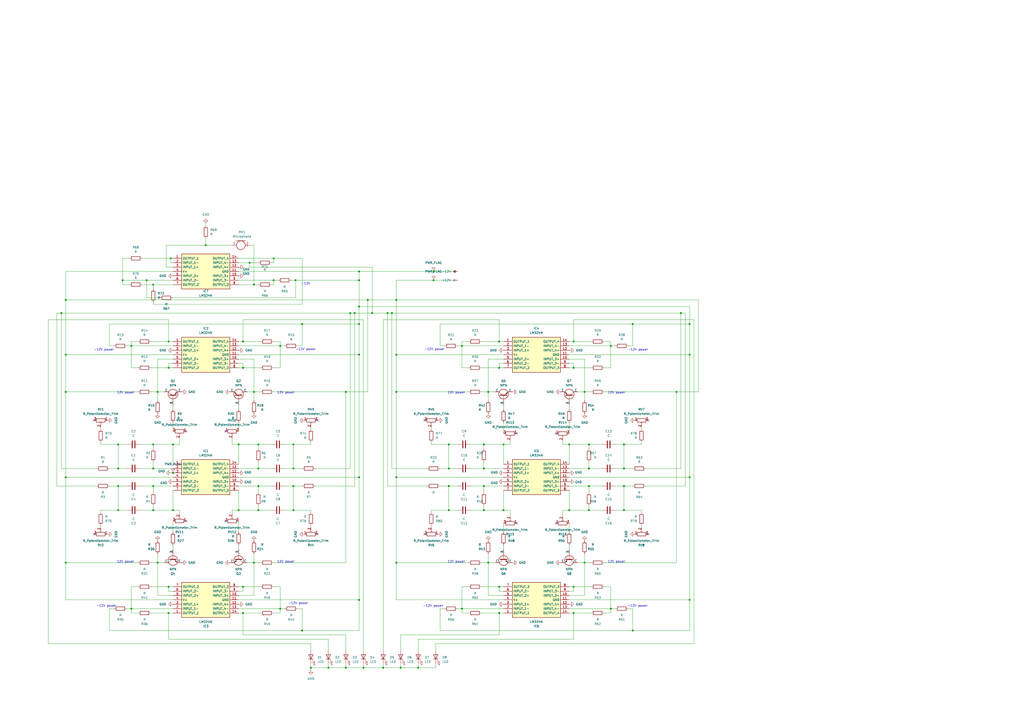
<source format=kicad_sch>
(kicad_sch (version 20250114) (generator "eeschema") (generator_version "9.0")
  (paper "A2")
  (text "12V power\n" (at 357.632 325.882 0) (effects (font (size 1.27 1.27))))
  (text "12V power\n" (at 72.898 325.882 0) (effects (font (size 1.27 1.27))))
  (text "12V power\n" (at 72.898 227.838 0) (effects (font (size 1.27 1.27))))
  (text "-12V power\n" (at 177.292 202.692 0) (effects (font (size 1.27 1.27))))
  (text "12V power\n" (at 165.862 227.838 0) (effects (font (size 1.27 1.27))))
  (text "-12V power\n" (at 61.722 351.536 0) (effects (font (size 1.27 1.27))))
  (text "-12V power\n" (at 370.078 202.946 0) (effects (font (size 1.27 1.27))))
  (text "12V power\n" (at 264.668 227.838 0) (effects (font (size 1.27 1.27))))
  (text "-12V power\n" (at 172.974 350.012 0) (effects (font (size 1.27 1.27))))
  (text "-12V power\n" (at 251.968 202.692 0) (effects (font (size 1.27 1.27))))
  (text "12V power\n" (at 264.668 325.882 0) (effects (font (size 1.27 1.27))))
  (text "-12V" (at 177.292 164.592 0) (effects (font (size 1.27 1.27))))
  (text "12V power\n" (at 357.632 227.838 0) (effects (font (size 1.27 1.27))))
  (text "12V power\n" (at 165.862 325.882 0) (effects (font (size 1.27 1.27))))
  (text "-12V power\n" (at 251.206 351.536 0) (effects (font (size 1.27 1.27))))
  (text "-12V power\n" (at 369.824 351.536 0) (effects (font (size 1.27 1.27))))
  (text "-12V power\n" (at 60.198 202.946 0) (effects (font (size 1.27 1.27))))
  (junction (at 71.12 162.56))
  (junction (at 140.97 340.36))
  (junction (at 260.35 271.78))
  (junction (at 400.05 187.96))
  (junction (at 229.87 326.39))
  (junction (at 227.33 181.61))
  (junction (at 339.09 227.33))
  (junction (at 171.45 162.56))
  (junction (at 162.56 200.66))
  (junction (at 170.18 281.94))
  (junction (at 97.79 198.12))
  (junction (at 208.28 162.56))
  (junction (at 392.43 227.33))
  (junction (at 88.9 281.94))
  (junction (at 200.66 387.35))
  (junction (at 208.28 347.98))
  (junction (at 68.58 295.91))
  (junction (at 85.09 162.56))
  (junction (at 88.9 165.1))
  (junction (at 260.35 295.91))
  (junction (at 68.58 257.81))
  (junction (at 149.86 257.81))
  (junction (at 229.87 205.74))
  (junction (at 180.34 387.35))
  (junction (at 208.28 276.86))
  (junction (at 361.95 257.81))
  (junction (at 251.46 157.48))
  (junction (at 400.05 276.86))
  (junction (at 170.18 257.81))
  (junction (at 280.67 271.78))
  (junction (at 38.1 227.33))
  (junction (at 76.2 353.06))
  (junction (at 68.58 271.78))
  (junction (at 38.1 205.74))
  (junction (at 35.56 181.61))
  (junction (at 38.1 276.86))
  (junction (at 361.95 271.78))
  (junction (at 289.56 355.6))
  (junction (at 400.05 205.74))
  (junction (at 289.56 213.36))
  (junction (at 224.79 181.61))
  (junction (at 283.21 227.33))
  (junction (at 88.9 295.91))
  (junction (at 119.38 142.24))
  (junction (at 341.63 257.81))
  (junction (at 361.95 281.94))
  (junction (at 68.58 281.94))
  (junction (at 332.74 198.12))
  (junction (at 232.41 387.35))
  (junction (at 222.25 387.35))
  (junction (at 332.74 213.36))
  (junction (at 138.43 295.91))
  (junction (at 149.86 281.94))
  (junction (at 267.97 353.06))
  (junction (at 341.63 271.78))
  (junction (at 140.97 213.36))
  (junction (at 140.97 355.6))
  (junction (at 149.86 271.78))
  (junction (at 341.63 281.94))
  (junction (at 367.03 187.96))
  (junction (at 88.9 271.78))
  (junction (at 260.35 281.94))
  (junction (at 215.9 181.61))
  (junction (at 208.28 157.48))
  (junction (at 280.67 257.81))
  (junction (at 91.44 227.33))
  (junction (at 38.1 173.99))
  (junction (at 229.87 227.33))
  (junction (at 175.26 187.96))
  (junction (at 289.56 340.36))
  (junction (at 203.2 181.61))
  (junction (at 147.32 326.39))
  (junction (at 280.67 295.91))
  (junction (at 170.18 271.78))
  (junction (at 158.75 162.56))
  (junction (at 213.36 173.99))
  (junction (at 330.2 295.91))
  (junction (at 292.1 257.81))
  (junction (at 210.82 387.35))
  (junction (at 100.33 295.91))
  (junction (at 400.05 347.98))
  (junction (at 330.2 257.81))
  (junction (at 200.66 227.33))
  (junction (at 229.87 276.86))
  (junction (at 100.33 257.81))
  (junction (at 97.79 340.36))
  (junction (at 38.1 326.39))
  (junction (at 339.09 326.39))
  (junction (at 208.28 177.8))
  (junction (at 190.5 387.35))
  (junction (at 260.35 257.81))
  (junction (at 138.43 257.81))
  (junction (at 149.86 295.91))
  (junction (at 162.56 353.06))
  (junction (at 144.78 152.4))
  (junction (at 332.74 355.6))
  (junction (at 267.97 200.66))
  (junction (at 208.28 187.96))
  (junction (at 394.97 181.61))
  (junction (at 147.32 165.1))
  (junction (at 280.67 281.94))
  (junction (at 170.18 295.91))
  (junction (at 175.26 365.76))
  (junction (at 88.9 257.81))
  (junction (at 208.28 205.74))
  (junction (at 283.21 326.39))
  (junction (at 354.33 200.66))
  (junction (at 205.74 181.61))
  (junction (at 367.03 365.76))
  (junction (at 292.1 295.91))
  (junction (at 97.79 355.6))
  (junction (at 251.46 162.56))
  (junction (at 341.63 295.91))
  (junction (at 289.56 198.12))
  (junction (at 332.74 340.36))
  (junction (at 147.32 227.33))
  (junction (at 140.97 198.12))
  (junction (at 354.33 353.06))
  (junction (at 97.79 213.36))
  (junction (at 361.95 295.91))
  (junction (at 99.06 149.86))
  (junction (at 158.75 149.86))
  (junction (at 76.2 200.66))
  (junction (at 91.44 326.39))
  (junction (at 242.57 387.35))
  (junction (at 229.87 173.99))
  (junction (at 100.33 274.32))
  (no_connect (at 107.95 302.26))
  (no_connect (at 130.81 302.26))
  (no_connect (at 107.95 250.19))
  (no_connect (at 322.58 303.53))
  (no_connect (at 246.38 243.84))
  (no_connect (at 184.15 309.88))
  (no_connect (at 299.72 251.46))
  (no_connect (at 375.92 243.84))
  (no_connect (at 299.72 303.53))
  (no_connect (at 246.38 309.88))
  (no_connect (at 184.15 243.84))
  (no_connect (at 54.61 309.88))
  (no_connect (at 375.92 309.88))
  (no_connect (at 54.61 243.84))
  (no_connect (at 322.58 251.46))
  (no_connect (at 130.81 250.19))
  (wire (pts (xy 119.38 142.24) (xy 134.62 142.24)))
  (wire (pts (xy 372.11 306.07) (xy 372.11 304.8)))
  (wire (pts (xy 180.34 388.62) (xy 180.34 387.35)))
  (wire (pts (xy 157.48 271.78) (xy 149.86 271.78)))
  (wire (pts (xy 255.27 200.66) (xy 257.81 200.66)))
  (wire (pts (xy 140.97 368.3) (xy 200.66 368.3)))
  (wire (pts (xy 158.75 162.56) (xy 158.75 165.1)))
  (wire (pts (xy 279.4 326.39) (xy 283.21 326.39)))
  (wire (pts (xy 283.21 208.28) (xy 283.21 227.33)))
  (wire (pts (xy 364.49 200.66) (xy 367.03 200.66)))
  (wire (pts (xy 400.05 187.96) (xy 400.05 205.74)))
  (wire (pts (xy 58.42 256.54) (xy 58.42 257.81)))
  (wire (pts (xy 76.2 340.36) (xy 80.01 340.36)))
  (wire (pts (xy 349.25 295.91) (xy 341.63 295.91)))
  (wire (pts (xy 213.36 173.99) (xy 213.36 227.33)))
  (wire (pts (xy 265.43 200.66) (xy 267.97 200.66)))
  (wire (pts (xy 292.1 303.53) (xy 292.1 308.61)))
  (wire (pts (xy 267.97 198.12) (xy 271.78 198.12)))
  (wire (pts (xy 242.57 370.84) (xy 242.57 377.19)))
  (wire (pts (xy 38.1 173.99) (xy 213.36 173.99)))
  (wire (pts (xy 97.79 198.12) (xy 100.33 198.12)))
  (wire (pts (xy 180.34 247.65) (xy 180.34 248.92)))
  (wire (pts (xy 33.02 181.61) (xy 33.02 281.94)))
  (wire (pts (xy 341.63 271.78) (xy 330.2 271.78)))
  (wire (pts (xy 38.1 227.33) (xy 38.1 276.86)))
  (wire (pts (xy 97.79 340.36) (xy 100.33 340.36)))
  (wire (pts (xy 250.19 256.54) (xy 250.19 257.81)))
  (wire (pts (xy 97.79 210.82) (xy 100.33 210.82)))
  (wire (pts (xy 273.05 257.81) (xy 280.67 257.81)))
  (wire (pts (xy 175.26 271.78) (xy 170.18 271.78)))
  (wire (pts (xy 354.33 200.66) (xy 330.2 200.66)))
  (wire (pts (xy 63.5 187.96) (xy 63.5 200.66)))
  (wire (pts (xy 205.74 181.61) (xy 215.9 181.61)))
  (wire (pts (xy 190.5 370.84) (xy 190.5 377.19)))
  (wire (pts (xy 58.42 257.81) (xy 68.58 257.81)))
  (wire (pts (xy 63.5 353.06) (xy 63.5 365.76)))
  (wire (pts (xy 200.66 368.3) (xy 200.66 377.19)))
  (wire (pts (xy 229.87 326.39) (xy 271.78 326.39)))
  (wire (pts (xy 229.87 205.74) (xy 292.1 205.74)))
  (wire (pts (xy 341.63 281.94) (xy 330.2 281.94)))
  (wire (pts (xy 87.63 227.33) (xy 91.44 227.33)))
  (wire (pts (xy 138.43 205.74) (xy 208.28 205.74)))
  (wire (pts (xy 76.2 200.66) (xy 76.2 213.36)))
  (wire (pts (xy 151.13 326.39) (xy 147.32 326.39)))
  (wire (pts (xy 326.39 295.91) (xy 326.39 299.72)))
  (wire (pts (xy 138.43 165.1) (xy 147.32 165.1)))
  (wire (pts (xy 200.66 384.81) (xy 200.66 387.35)))
  (wire (pts (xy 330.2 295.91) (xy 330.2 284.48)))
  (wire (pts (xy 273.05 271.78) (xy 280.67 271.78)))
  (wire (pts (xy 342.9 227.33) (xy 339.09 227.33)))
  (wire (pts (xy 361.95 271.78) (xy 356.87 271.78)))
  (wire (pts (xy 267.97 353.06) (xy 292.1 353.06)))
  (wire (pts (xy 104.14 254) (xy 104.14 257.81)))
  (wire (pts (xy 354.33 353.06) (xy 330.2 353.06)))
  (wire (pts (xy 260.35 271.78) (xy 265.43 271.78)))
  (wire (pts (xy 267.97 200.66) (xy 292.1 200.66)))
  (wire (pts (xy 82.55 165.1) (xy 88.9 165.1)))
  (wire (pts (xy 392.43 326.39) (xy 350.52 326.39)))
  (wire (pts (xy 394.97 181.61) (xy 394.97 271.78)))
  (wire (pts (xy 208.28 177.8) (xy 208.28 187.96)))
  (wire (pts (xy 279.4 355.6) (xy 289.56 355.6)))
  (wire (pts (xy 252.73 373.38) (xy 252.73 377.19)))
  (wire (pts (xy 339.09 326.39) (xy 339.09 345.44)))
  (wire (pts (xy 88.9 165.1) (xy 100.33 165.1)))
  (wire (pts (xy 180.34 387.35) (xy 190.5 387.35)))
  (wire (pts (xy 280.67 257.81) (xy 292.1 257.81)))
  (wire (pts (xy 341.63 295.91) (xy 341.63 293.37)))
  (wire (pts (xy 68.58 257.81) (xy 68.58 271.78)))
  (wire (pts (xy 76.2 198.12) (xy 80.01 198.12)))
  (wire (pts (xy 200.66 227.33) (xy 213.36 227.33)))
  (wire (pts (xy 229.87 326.39) (xy 229.87 347.98)))
  (wire (pts (xy 138.43 152.4) (xy 144.78 152.4)))
  (wire (pts (xy 151.13 355.6) (xy 140.97 355.6)))
  (wire (pts (xy 367.03 187.96) (xy 367.03 200.66)))
  (wire (pts (xy 71.12 162.56) (xy 71.12 165.1)))
  (wire (pts (xy 339.09 345.44) (xy 330.2 345.44)))
  (wire (pts (xy 168.91 162.56) (xy 171.45 162.56)))
  (wire (pts (xy 394.97 181.61) (xy 397.51 181.61)))
  (wire (pts (xy 332.74 340.36) (xy 330.2 340.36)))
  (wire (pts (xy 172.72 353.06) (xy 175.26 353.06)))
  (wire (pts (xy 140.97 342.9) (xy 138.43 342.9)))
  (wire (pts (xy 97.79 370.84) (xy 190.5 370.84)))
  (wire (pts (xy 162.56 353.06) (xy 162.56 340.36)))
  (wire (pts (xy 339.09 232.41) (xy 339.09 227.33)))
  (wire (pts (xy 85.09 162.56) (xy 85.09 172.72)))
  (wire (pts (xy 229.87 162.56) (xy 229.87 173.99)))
  (wire (pts (xy 157.48 281.94) (xy 149.86 281.94)))
  (wire (pts (xy 38.1 276.86) (xy 38.1 326.39)))
  (wire (pts (xy 100.33 302.26) (xy 100.33 308.61)))
  (wire (pts (xy 330.2 303.53) (xy 330.2 308.61)))
  (wire (pts (xy 97.79 355.6) (xy 100.33 355.6)))
  (wire (pts (xy 332.74 198.12) (xy 330.2 198.12)))
  (wire (pts (xy 147.32 321.31) (xy 147.32 326.39)))
  (wire (pts (xy 91.44 345.44) (xy 100.33 345.44)))
  (wire (pts (xy 171.45 162.56) (xy 208.28 162.56)))
  (wire (pts (xy 289.56 342.9) (xy 292.1 342.9)))
  (wire (pts (xy 147.32 142.24) (xy 147.32 165.1)))
  (wire (pts (xy 372.11 257.81) (xy 361.95 257.81)))
  (wire (pts (xy 180.34 306.07) (xy 180.34 304.8)))
  (wire (pts (xy 138.43 162.56) (xy 158.75 162.56)))
  (wire (pts (xy 372.11 297.18) (xy 372.11 295.91)))
  (wire (pts (xy 58.42 247.65) (xy 58.42 248.92)))
  (wire (pts (xy 162.56 355.6) (xy 158.75 355.6)))
  (wire (pts (xy 332.74 210.82) (xy 332.74 213.36)))
  (wire (pts (xy 73.66 353.06) (xy 76.2 353.06)))
  (wire (pts (xy 208.28 205.74) (xy 208.28 276.86)))
  (wire (pts (xy 260.35 295.91) (xy 260.35 281.94)))
  (wire (pts (xy 289.56 210.82) (xy 289.56 213.36)))
  (wire (pts (xy 68.58 295.91) (xy 68.58 281.94)))
  (wire (pts (xy 392.43 227.33) (xy 405.13 227.33)))
  (wire (pts (xy 162.56 213.36) (xy 158.75 213.36)))
  (wire (pts (xy 280.67 295.91) (xy 280.67 293.37)))
  (wire (pts (xy 63.5 187.96) (xy 175.26 187.96)))
  (wire (pts (xy 38.1 326.39) (xy 80.01 326.39)))
  (wire (pts (xy 208.28 177.8) (xy 400.05 177.8)))
  (wire (pts (xy 91.44 326.39) (xy 91.44 345.44)))
  (wire (pts (xy 33.02 281.94) (xy 55.88 281.94)))
  (wire (pts (xy 224.79 281.94) (xy 247.65 281.94)))
  (wire (pts (xy 119.38 129.54) (xy 119.38 130.81)))
  (wire (pts (xy 332.74 355.6) (xy 332.74 370.84)))
  (wire (pts (xy 38.1 205.74) (xy 38.1 227.33)))
  (wire (pts (xy 200.66 387.35) (xy 210.82 387.35)))
  (wire (pts (xy 354.33 200.66) (xy 354.33 213.36)))
  (wire (pts (xy 283.21 208.28) (xy 292.1 208.28)))
  (wire (pts (xy 227.33 271.78) (xy 247.65 271.78)))
  (wire (pts (xy 151.13 198.12) (xy 140.97 198.12)))
  (wire (pts (xy 88.9 281.94) (xy 100.33 281.94)))
  (wire (pts (xy 87.63 355.6) (xy 97.79 355.6)))
  (wire (pts (xy 332.74 342.9) (xy 330.2 342.9)))
  (wire (pts (xy 138.43 316.23) (xy 138.43 318.77)))
  (wire (pts (xy 289.56 355.6) (xy 289.56 368.3)))
  (wire (pts (xy 339.09 208.28) (xy 330.2 208.28)))
  (wire (pts (xy 175.26 365.76) (xy 208.28 365.76)))
  (wire (pts (xy 283.21 227.33) (xy 287.02 227.33)))
  (wire (pts (xy 208.28 276.86) (xy 208.28 347.98)))
  (wire (pts (xy 170.18 295.91) (xy 165.1 295.91)))
  (wire (pts (xy 267.97 340.36) (xy 271.78 340.36)))
  (wire (pts (xy 97.79 213.36) (xy 100.33 213.36)))
  (wire (pts (xy 250.19 295.91) (xy 260.35 295.91)))
  (wire (pts (xy 171.45 162.56) (xy 171.45 172.72)))
  (wire (pts (xy 255.27 271.78) (xy 260.35 271.78)))
  (wire (pts (xy 349.25 281.94) (xy 341.63 281.94)))
  (wire (pts (xy 295.91 255.27) (xy 295.91 257.81)))
  (wire (pts (xy 175.26 281.94) (xy 170.18 281.94)))
  (wire (pts (xy 242.57 384.81) (xy 242.57 387.35)))
  (wire (pts (xy 165.1 353.06) (xy 162.56 353.06)))
  (wire (pts (xy 63.5 353.06) (xy 66.04 353.06)))
  (wire (pts (xy 354.33 353.06) (xy 354.33 340.36)))
  (wire (pts (xy 91.44 208.28) (xy 100.33 208.28)))
  (wire (pts (xy 151.13 227.33) (xy 147.32 227.33)))
  (wire (pts (xy 265.43 353.06) (xy 267.97 353.06)))
  (wire (pts (xy 190.5 387.35) (xy 200.66 387.35)))
  (wire (pts (xy 76.2 353.06) (xy 100.33 353.06)))
  (wire (pts (xy 332.74 210.82) (xy 330.2 210.82)))
  (wire (pts (xy 157.48 257.81) (xy 149.86 257.81)))
  (wire (pts (xy 63.5 200.66) (xy 66.04 200.66)))
  (wire (pts (xy 342.9 213.36) (xy 332.74 213.36)))
  (wire (pts (xy 140.97 355.6) (xy 138.43 355.6)))
  (wire (pts (xy 158.75 149.86) (xy 175.26 149.86)))
  (wire (pts (xy 283.21 321.31) (xy 283.21 326.39)))
  (wire (pts (xy 227.33 181.61) (xy 394.97 181.61)))
  (wire (pts (xy 356.87 200.66) (xy 354.33 200.66)))
  (wire (pts (xy 71.12 162.56) (xy 85.09 162.56)))
  (wire (pts (xy 99.06 152.4) (xy 100.33 152.4)))
  (wire (pts (xy 38.1 326.39) (xy 38.1 347.98)))
  (wire (pts (xy 255.27 187.96) (xy 367.03 187.96)))
  (wire (pts (xy 144.78 152.4) (xy 144.78 154.94)))
  (wire (pts (xy 27.94 185.42) (xy 97.79 185.42)))
  (wire (pts (xy 255.27 187.96) (xy 255.27 200.66)))
  (wire (pts (xy 81.28 295.91) (xy 88.9 295.91)))
  (wire (pts (xy 149.86 271.78) (xy 138.43 271.78)))
  (wire (pts (xy 138.43 157.48) (xy 208.28 157.48)))
  (wire (pts (xy 38.1 276.86) (xy 100.33 276.86)))
  (wire (pts (xy 279.4 198.12) (xy 289.56 198.12)))
  (wire (pts (xy 87.63 198.12) (xy 97.79 198.12)))
  (wire (pts (xy 280.67 281.94) (xy 292.1 281.94)))
  (wire (pts (xy 208.28 157.48) (xy 251.46 157.48)))
  (wire (pts (xy 332.74 185.42) (xy 332.74 198.12)))
  (wire (pts (xy 138.43 149.86) (xy 158.75 149.86)))
  (wire (pts (xy 392.43 227.33) (xy 392.43 326.39)))
  (wire (pts (xy 210.82 185.42) (xy 210.82 377.19)))
  (wire (pts (xy 372.11 256.54) (xy 372.11 257.81)))
  (wire (pts (xy 203.2 181.61) (xy 203.2 271.78)))
  (wire (pts (xy 100.33 316.23) (xy 100.33 318.77)))
  (wire (pts (xy 339.09 321.31) (xy 339.09 326.39)))
  (wire (pts (xy 63.5 281.94) (xy 68.58 281.94)))
  (wire (pts (xy 149.86 295.91) (xy 149.86 293.37)))
  (wire (pts (xy 38.1 157.48) (xy 100.33 157.48)))
  (wire (pts (xy 273.05 281.94) (xy 280.67 281.94)))
  (wire (pts (xy 97.79 342.9) (xy 100.33 342.9)))
  (wire (pts (xy 170.18 257.81) (xy 165.1 257.81)))
  (wire (pts (xy 134.62 295.91) (xy 134.62 298.45)))
  (wire (pts (xy 229.87 205.74) (xy 229.87 227.33)))
  (wire (pts (xy 38.1 205.74) (xy 100.33 205.74)))
  (wire (pts (xy 76.2 200.66) (xy 100.33 200.66)))
  (wire (pts (xy 342.9 340.36) (xy 332.74 340.36)))
  (wire (pts (xy 162.56 340.36) (xy 158.75 340.36)))
  (wire (pts (xy 140.97 210.82) (xy 138.43 210.82)))
  (wire (pts (xy 341.63 257.81) (xy 341.63 260.35)))
  (wire (pts (xy 289.56 355.6) (xy 292.1 355.6)))
  (wire (pts (xy 149.86 295.91) (xy 138.43 295.91)))
  (wire (pts (xy 88.9 257.81) (xy 100.33 257.81)))
  (wire (pts (xy 151.13 213.36) (xy 140.97 213.36)))
  (wire (pts (xy 402.59 185.42) (xy 402.59 373.38)))
  (wire (pts (xy 279.4 213.36) (xy 289.56 213.36)))
  (wire (pts (xy 175.26 149.86) (xy 175.26 176.53)))
  (wire (pts (xy 292.1 257.81) (xy 292.1 269.24)))
  (wire (pts (xy 229.87 276.86) (xy 292.1 276.86)))
  (wire (pts (xy 100.33 257.81) (xy 100.33 269.24)))
  (wire (pts (xy 341.63 285.75) (xy 341.63 281.94)))
  (wire (pts (xy 87.63 326.39) (xy 91.44 326.39)))
  (wire (pts (xy 229.87 227.33) (xy 271.78 227.33)))
  (wire (pts (xy 38.1 347.98) (xy 100.33 347.98)))
  (wire (pts (xy 87.63 340.36) (xy 97.79 340.36)))
  (wire (pts (xy 97.79 355.6) (xy 97.79 370.84)))
  (wire (pts (xy 100.33 295.91) (xy 104.14 295.91)))
  (wire (pts (xy 68.58 295.91) (xy 73.66 295.91)))
  (wire (pts (xy 91.44 208.28) (xy 91.44 227.33)))
  (wire (pts (xy 354.33 340.36) (xy 350.52 340.36)))
  (wire (pts (xy 330.2 234.95) (xy 330.2 237.49)))
  (wire (pts (xy 138.43 302.26) (xy 138.43 308.61)))
  (wire (pts (xy 100.33 172.72) (xy 171.45 172.72)))
  (wire (pts (xy 96.52 142.24) (xy 96.52 154.94)))
  (wire (pts (xy 364.49 353.06) (xy 367.03 353.06)))
  (wire (pts (xy 349.25 257.81) (xy 341.63 257.81)))
  (wire (pts (xy 205.74 181.61) (xy 205.74 281.94)))
  (wire (pts (xy 229.87 173.99) (xy 405.13 173.99)))
  (wire (pts (xy 119.38 138.43) (xy 119.38 142.24)))
  (wire (pts (xy 224.79 181.61) (xy 227.33 181.61)))
  (wire (pts (xy 361.95 257.81) (xy 361.95 271.78)))
  (wire (pts (xy 158.75 149.86) (xy 158.75 152.4)))
  (wire (pts (xy 292.1 234.95) (xy 292.1 237.49)))
  (wire (pts (xy 68.58 257.81) (xy 73.66 257.81)))
  (wire (pts (xy 149.86 267.97) (xy 149.86 271.78)))
  (wire (pts (xy 280.67 285.75) (xy 280.67 281.94)))
  (wire (pts (xy 170.18 271.78) (xy 165.1 271.78)))
  (wire (pts (xy 172.72 200.66) (xy 175.26 200.66)))
  (wire (pts (xy 326.39 295.91) (xy 330.2 295.91)))
  (wire (pts (xy 332.74 342.9) (xy 332.74 340.36)))
  (wire (pts (xy 361.95 295.91) (xy 356.87 295.91)))
  (wire (pts (xy 170.18 295.91) (xy 170.18 281.94)))
  (wire (pts (xy 138.43 347.98) (xy 208.28 347.98)))
  (wire (pts (xy 35.56 181.61) (xy 35.56 271.78)))
  (wire (pts (xy 85.09 172.72) (xy 92.71 172.72)))
  (wire (pts (xy 292.1 295.91) (xy 295.91 295.91)))
  (wire (pts (xy 149.86 257.81) (xy 138.43 257.81)))
  (wire (pts (xy 180.34 297.18) (xy 180.34 295.91)))
  (wire (pts (xy 251.46 162.56) (xy 265.43 162.56)))
  (wire (pts (xy 222.25 185.42) (xy 289.56 185.42)))
  (wire (pts (xy 289.56 210.82) (xy 292.1 210.82)))
  (wire (pts (xy 354.33 213.36) (xy 350.52 213.36)))
  (wire (pts (xy 63.5 365.76) (xy 175.26 365.76)))
  (wire (pts (xy 180.34 256.54) (xy 180.34 257.81)))
  (wire (pts (xy 267.97 355.6) (xy 267.97 353.06)))
  (wire (pts (xy 157.48 295.91) (xy 149.86 295.91)))
  (wire (pts (xy 100.33 257.81) (xy 104.14 257.81)))
  (wire (pts (xy 38.1 157.48) (xy 38.1 173.99)))
  (wire (pts (xy 200.66 227.33) (xy 200.66 326.39)))
  (wire (pts (xy 88.9 165.1) (xy 88.9 167.64)))
  (wire (pts (xy 280.67 267.97) (xy 280.67 271.78)))
  (wire (pts (xy 35.56 271.78) (xy 55.88 271.78)))
  (wire (pts (xy 289.56 340.36) (xy 292.1 340.36)))
  (wire (pts (xy 162.56 200.66) (xy 162.56 213.36)))
  (wire (pts (xy 76.2 213.36) (xy 80.01 213.36)))
  (wire (pts (xy 81.28 257.81) (xy 88.9 257.81)))
  (wire (pts (xy 180.34 257.81) (xy 170.18 257.81)))
  (wire (pts (xy 213.36 173.99) (xy 229.87 173.99)))
  (wire (pts (xy 367.03 271.78) (xy 361.95 271.78)))
  (wire (pts (xy 76.2 355.6) (xy 76.2 353.06)))
  (wire (pts (xy 144.78 154.94) (xy 215.9 154.94)))
  (wire (pts (xy 251.46 157.48) (xy 265.43 157.48)))
  (wire (pts (xy 330.2 276.86) (xy 400.05 276.86)))
  (wire (pts (xy 147.32 227.33) (xy 143.51 227.33)))
  (wire (pts (xy 354.33 355.6) (xy 354.33 353.06)))
  (wire (pts (xy 96.52 154.94) (xy 100.33 154.94)))
  (wire (pts (xy 91.44 326.39) (xy 95.25 326.39)))
  (wire (pts (xy 144.78 142.24) (xy 147.32 142.24)))
  (wire (pts (xy 88.9 175.26) (xy 88.9 176.53)))
  (wire (pts (xy 68.58 271.78) (xy 73.66 271.78)))
  (wire (pts (xy 88.9 257.81) (xy 88.9 260.35)))
  (wire (pts (xy 255.27 281.94) (xy 260.35 281.94)))
  (wire (pts (xy 200.66 326.39) (xy 158.75 326.39)))
  (wire (pts (xy 140.97 342.9) (xy 140.97 340.36)))
  (wire (pts (xy 280.67 257.81) (xy 280.67 260.35)))
  (wire (pts (xy 73.66 200.66) (xy 76.2 200.66)))
  (wire (pts (xy 88.9 176.53) (xy 175.26 176.53)))
  (wire (pts (xy 88.9 267.97) (xy 88.9 271.78)))
  (wire (pts (xy 267.97 198.12) (xy 267.97 200.66)))
  (wire (pts (xy 367.03 353.06) (xy 367.03 365.76)))
  (wire (pts (xy 326.39 255.27) (xy 326.39 257.81)))
  (wire (pts (xy 100.33 295.91) (xy 100.33 284.48)))
  (wire (pts (xy 229.87 162.56) (xy 251.46 162.56)))
  (wire (pts (xy 260.35 295.91) (xy 265.43 295.91)))
  (wire (pts (xy 88.9 271.78) (xy 100.33 271.78)))
  (wire (pts (xy 289.56 185.42) (xy 289.56 198.12)))
  (wire (pts (xy 88.9 295.91) (xy 88.9 293.37)))
  (wire (pts (xy 58.42 306.07) (xy 58.42 304.8)))
  (wire (pts (xy 134.62 295.91) (xy 138.43 295.91)))
  (wire (pts (xy 283.21 345.44) (xy 292.1 345.44)))
  (wire (pts (xy 140.97 198.12) (xy 138.43 198.12)))
  (wire (pts (xy 88.9 285.75) (xy 88.9 281.94)))
  (wire (pts (xy 224.79 181.61) (xy 224.79 281.94)))
  (wire (pts (xy 165.1 200.66) (xy 162.56 200.66)))
  (wire (pts (xy 140.97 210.82) (xy 140.97 213.36)))
  (wire (pts (xy 339.09 208.28) (xy 339.09 227.33)))
  (wire (pts (xy 342.9 326.39) (xy 339.09 326.39)))
  (wire (pts (xy 295.91 295.91) (xy 295.91 299.72)))
  (wire (pts (xy 222.25 387.35) (xy 232.41 387.35)))
  (wire (pts (xy 341.63 257.81) (xy 330.2 257.81)))
  (wire (pts (xy 91.44 227.33) (xy 95.25 227.33)))
  (wire (pts (xy 280.67 295.91) (xy 292.1 295.91)))
  (wire (pts (xy 99.06 149.86) (xy 99.06 152.4)))
  (wire (pts (xy 58.42 297.18) (xy 58.42 295.91)))
  (wire (pts (xy 85.09 162.56) (xy 100.33 162.56)))
  (wire (pts (xy 342.9 355.6) (xy 332.74 355.6)))
  (wire (pts (xy 27.94 185.42) (xy 27.94 373.38)))
  (wire (pts (xy 400.05 347.98) (xy 400.05 365.76)))
  (wire (pts (xy 372.11 247.65) (xy 372.11 248.92)))
  (wire (pts (xy 38.1 227.33) (xy 80.01 227.33)))
  (wire (pts (xy 260.35 257.81) (xy 265.43 257.81)))
  (wire (pts (xy 330.2 347.98) (xy 400.05 347.98)))
  (wire (pts (xy 208.28 157.48) (xy 208.28 162.56)))
  (wire (pts (xy 227.33 181.61) (xy 227.33 271.78)))
  (wire (pts (xy 149.86 281.94) (xy 138.43 281.94)))
  (wire (pts (xy 361.95 257.81) (xy 356.87 257.81)))
  (wire (pts (xy 279.4 340.36) (xy 289.56 340.36)))
  (wire (pts (xy 354.33 198.12) (xy 354.33 200.66)))
  (wire (pts (xy 87.63 213.36) (xy 97.79 213.36)))
  (wire (pts (xy 292.1 318.77) (xy 292.1 316.23)))
  (wire (pts (xy 372.11 295.91) (xy 361.95 295.91)))
  (wire (pts (xy 341.63 295.91) (xy 330.2 295.91)))
  (wire (pts (xy 162.56 200.66) (xy 138.43 200.66)))
  (wire (pts (xy 339.09 326.39) (xy 335.28 326.39)))
  (wire (pts (xy 215.9 154.94) (xy 215.9 181.61)))
  (wire (pts (xy 283.21 326.39) (xy 287.02 326.39)))
  (wire (pts (xy 138.43 245.11) (xy 138.43 250.19)))
  (wire (pts (xy 147.32 208.28) (xy 147.32 227.33)))
  (wire (pts (xy 140.97 185.42) (xy 210.82 185.42)))
  (wire (pts (xy 162.56 198.12) (xy 158.75 198.12)))
  (wire (pts (xy 361.95 281.94) (xy 356.87 281.94)))
  (wire (pts (xy 354.33 355.6) (xy 350.52 355.6)))
  (wire (pts (xy 71.12 165.1) (xy 74.93 165.1)))
  (wire (pts (xy 289.56 342.9) (xy 289.56 340.36)))
  (wire (pts (xy 260.35 281.94) (xy 265.43 281.94)))
  (wire (pts (xy 91.44 232.41) (xy 91.44 227.33)))
  (wire (pts (xy 96.52 142.24) (xy 119.38 142.24)))
  (wire (pts (xy 180.34 373.38) (xy 180.34 377.19)))
  (wire (pts (xy 232.41 368.3) (xy 232.41 377.19)))
  (wire (pts (xy 100.33 234.95) (xy 100.33 237.49)))
  (wire (pts (xy 283.21 326.39) (xy 283.21 345.44)))
  (wire (pts (xy 354.33 198.12) (xy 350.52 198.12)))
  (wire (pts (xy 149.86 257.81) (xy 149.86 260.35)))
  (wire (pts (xy 250.19 247.65) (xy 250.19 248.92)))
  (wire (pts (xy 330.2 245.11) (xy 330.2 251.46)))
  (wire (pts (xy 400.05 205.74) (xy 400.05 276.86)))
  (wire (pts (xy 267.97 200.66) (xy 267.97 213.36)))
  (wire (pts (xy 255.27 365.76) (xy 367.03 365.76)))
  (wire (pts (xy 252.73 373.38) (xy 402.59 373.38)))
  (wire (pts (xy 326.39 257.81) (xy 330.2 257.81)))
  (wire (pts (xy 367.03 187.96) (xy 400.05 187.96)))
  (wire (pts (xy 242.57 370.84) (xy 332.74 370.84)))
  (wire (pts (xy 147.32 165.1) (xy 149.86 165.1)))
  (wire (pts (xy 279.4 227.33) (xy 283.21 227.33)))
  (wire (pts (xy 255.27 353.06) (xy 255.27 365.76)))
  (wire (pts (xy 162.56 355.6) (xy 162.56 353.06)))
  (wire (pts (xy 292.1 295.91) (xy 292.1 284.48)))
  (wire (pts (xy 76.2 198.12) (xy 76.2 200.66)))
  (wire (pts (xy 138.43 234.95) (xy 138.43 237.49)))
  (wire (pts (xy 349.25 271.78) (xy 341.63 271.78)))
  (wire (pts (xy 147.32 326.39) (xy 147.32 345.44)))
  (wire (pts (xy 147.32 208.28) (xy 138.43 208.28)))
  (wire (pts (xy 100.33 245.11) (xy 100.33 250.19)))
  (wire (pts (xy 330.2 318.77) (xy 330.2 316.23)))
  (wire (pts (xy 138.43 276.86) (xy 208.28 276.86)))
  (wire (pts (xy 162.56 353.06) (xy 138.43 353.06)))
  (wire (pts (xy 374.65 271.78) (xy 394.97 271.78)))
  (wire (pts (xy 273.05 295.91) (xy 280.67 295.91)))
  (wire (pts (xy 356.87 353.06) (xy 354.33 353.06)))
  (wire (pts (xy 147.32 326.39) (xy 143.51 326.39)))
  (wire (pts (xy 242.57 387.35) (xy 252.73 387.35)))
  (wire (pts (xy 229.87 227.33) (xy 229.87 276.86)))
  (wire (pts (xy 68.58 281.94) (xy 73.66 281.94)))
  (wire (pts (xy 361.95 295.91) (xy 361.95 281.94)))
  (wire (pts (xy 147.32 345.44) (xy 138.43 345.44)))
  (wire (pts (xy 260.35 257.81) (xy 260.35 271.78)))
  (wire (pts (xy 392.43 227.33) (xy 350.52 227.33)))
  (wire (pts (xy 175.26 187.96) (xy 208.28 187.96)))
  (wire (pts (xy 342.9 198.12) (xy 332.74 198.12)))
  (wire (pts (xy 405.13 173.99) (xy 405.13 227.33)))
  (wire (pts (xy 208.28 187.96) (xy 208.28 205.74)))
  (wire (pts (xy 35.56 181.61) (xy 203.2 181.61)))
  (wire (pts (xy 140.97 355.6) (xy 140.97 368.3)))
  (wire (pts (xy 158.75 162.56) (xy 161.29 162.56)))
  (wire (pts (xy 138.43 257.81) (xy 138.43 269.24)))
  (wire (pts (xy 339.09 227.33) (xy 335.28 227.33)))
  (wire (pts (xy 182.88 281.94) (xy 205.74 281.94)))
  (wire (pts (xy 99.06 149.86) (xy 100.33 149.86)))
  (wire (pts (xy 134.62 257.81) (xy 138.43 257.81)))
  (wire (pts (xy 229.87 347.98) (xy 292.1 347.98)))
  (wire (pts (xy 157.48 152.4) (xy 158.75 152.4)))
  (wire (pts (xy 229.87 276.86) (xy 229.87 326.39)))
  (wire (pts (xy 97.79 185.42) (xy 97.79 198.12)))
  (wire (pts (xy 367.03 365.76) (xy 400.05 365.76)))
  (wire (pts (xy 134.62 254) (xy 134.62 257.81)))
  (wire (pts (xy 210.82 387.35) (xy 222.25 387.35)))
  (wire (pts (xy 367.03 281.94) (xy 361.95 281.94)))
  (wire (pts (xy 267.97 213.36) (xy 271.78 213.36)))
  (wire (pts (xy 280.67 271.78) (xy 292.1 271.78)))
  (wire (pts (xy 180.34 295.91) (xy 170.18 295.91)))
  (wire (pts (xy 250.19 297.18) (xy 250.19 295.91)))
  (wire (pts (xy 232.41 387.35) (xy 242.57 387.35)))
  (wire (pts (xy 232.41 368.3) (xy 289.56 368.3)))
  (wire (pts (xy 250.19 257.81) (xy 260.35 257.81)))
  (wire (pts (xy 81.28 281.94) (xy 88.9 281.94)))
  (wire (pts (xy 38.1 173.99) (xy 38.1 205.74)))
  (wire (pts (xy 341.63 267.97) (xy 341.63 271.78)))
  (wire (pts (xy 33.02 181.61) (xy 35.56 181.61)))
  (wire (pts (xy 97.79 210.82) (xy 97.79 213.36)))
  (wire (pts (xy 267.97 355.6) (xy 271.78 355.6)))
  (wire (pts (xy 200.66 227.33) (xy 158.75 227.33)))
  (wire (pts (xy 175.26 353.06) (xy 175.26 365.76)))
  (wire (pts (xy 58.42 295.91) (xy 68.58 295.91)))
  (wire (pts (xy 140.97 213.36) (xy 138.43 213.36)))
  (wire (pts (xy 71.12 149.86) (xy 71.12 162.56)))
  (wire (pts (xy 175.26 187.96) (xy 175.26 200.66)))
  (wire (pts (xy 283.21 232.41) (xy 283.21 227.33)))
  (wire (pts (xy 374.65 281.94) (xy 397.51 281.94)))
  (wire (pts (xy 400.05 177.8) (xy 400.05 187.96)))
  (wire (pts (xy 332.74 185.42) (xy 402.59 185.42)))
  (wire (pts (xy 82.55 149.86) (xy 99.06 149.86)))
  (wire (pts (xy 97.79 342.9) (xy 97.79 340.36)))
  (wire (pts (xy 332.74 213.36) (xy 330.2 213.36)))
  (wire (pts (xy 170.18 281.94) (xy 165.1 281.94)))
  (wire (pts (xy 267.97 353.06) (xy 267.97 340.36)))
  (wire (pts (xy 91.44 321.31) (xy 91.44 326.39)))
  (wire (pts (xy 140.97 340.36) (xy 138.43 340.36)))
  (wire (pts (xy 144.78 152.4) (xy 149.86 152.4)))
  (wire (pts (xy 71.12 149.86) (xy 74.93 149.86)))
  (wire (pts (xy 138.43 295.91) (xy 138.43 284.48)))
  (wire (pts (xy 292.1 245.11) (xy 292.1 251.46)))
  (wire (pts (xy 81.28 271.78) (xy 88.9 271.78)))
  (wire (pts (xy 76.2 353.06) (xy 76.2 340.36)))
  (wire (pts (xy 210.82 384.81) (xy 210.82 387.35)))
  (wire (pts (xy 397.51 181.61) (xy 397.51 281.94)))
  (wire (pts (xy 104.14 295.91) (xy 104.14 298.45)))
  (wire (pts (xy 27.94 373.38) (xy 180.34 373.38)))
  (wire (pts (xy 330.2 205.74) (xy 400.05 205.74)))
  (wire (pts (xy 180.34 384.81) (xy 180.34 387.35)))
  (wire (pts (xy 332.74 355.6) (xy 330.2 355.6)))
  (wire (pts (xy 208.28 162.56) (xy 208.28 177.8)))
  (wire (pts (xy 151.13 340.36) (xy 140.97 340.36)))
  (wire (pts (xy 250.19 306.07) (xy 250.19 304.8)))
  (wire (pts (xy 255.27 353.06) (xy 257.81 353.06)))
  (wire (pts (xy 252.73 384.81) (xy 252.73 387.35)))
  (wire (pts (xy 190.5 384.81) (xy 190.5 387.35)))
  (wire (pts (xy 76.2 355.6) (xy 80.01 355.6)))
  (wire (pts (xy 222.25 384.81) (xy 222.25 387.35)))
  (wire (pts (xy 182.88 271.78) (xy 203.2 271.78)))
  (wire (pts (xy 170.18 257.81) (xy 170.18 271.78)))
  (wire (pts (xy 99.06 274.32) (xy 100.33 274.32)))
  (wire (pts (xy 289.56 213.36) (xy 292.1 213.36)))
  (wire (pts (xy 330.2 257.81) (xy 330.2 269.24)))
  (wire (pts (xy 88.9 295.91) (xy 100.33 295.91)))
  (wire (pts (xy 203.2 181.61) (xy 205.74 181.61)))
  (wire (pts (xy 162.56 198.12) (xy 162.56 200.66)))
  (wire (pts (xy 149.86 285.75) (xy 149.86 281.94)))
  (wire (pts (xy 222.25 185.42) (xy 222.25 377.19)))
  (wire (pts (xy 147.32 232.41) (xy 147.32 227.33)))
  (wire (pts (xy 229.87 173.99) (xy 229.87 205.74)))
  (wire (pts (xy 63.5 271.78) (xy 68.58 271.78)))
  (wire (pts (xy 208.28 347.98) (xy 208.28 365.76)))
  (wire (pts (xy 292.1 257.81) (xy 295.91 257.81)))
  (wire (pts (xy 400.05 276.86) (xy 400.05 347.98)))
  (wire (pts (xy 215.9 181.61) (xy 224.79 181.61)))
  (wire (pts (xy 157.48 165.1) (xy 158.75 165.1)))
  (wire (pts (xy 289.56 198.12) (xy 292.1 198.12)))
  (wire (pts (xy 232.41 384.81) (xy 232.41 387.35)))
  (wire (pts (xy 140.97 185.42) (xy 140.97 198.12)))
  (symbol (lib_id "Device:R") (at 154.94 340.36 270) (unit 1)
    (property "Reference" "R46" (at 154.94 346.71 90))
    (property "Value" "R" (at 154.94 344.17 90))
    (property "Footprint" "Resistor_SMD:R_0201_0603Metric" (effects (hide yes)))
    (property "Description" "Resistor" (effects (hide yes)))
  )
  (symbol (lib_id "Device:R") (at 69.85 200.66 90) (unit 1)
    (property "Reference" "R13" (at 69.85 194.31 90))
    (property "Value" "R" (at 69.85 196.85 90))
    (property "Footprint" "Resistor_SMD:R_0201_0603Metric" (effects (hide yes)))
    (property "Description" "Resistor" (effects (hide yes)))
  )
  (symbol (lib_id "Device:R") (at 83.82 227.33 90) (unit 1)
    (property "Reference" "R11" (at 83.82 220.98 90))
    (property "Value" "R" (at 83.82 223.52 90))
    (property "Footprint" "Resistor_SMD:R_0201_0603Metric" (effects (hide yes)))
    (property "Description" "Resistor" (effects (hide yes)))
  )
  (symbol (lib_id "Device:R") (at 250.19 252.73 0) (unit 1)
    (property "Reference" "R77" (at 252.73 251.4599 0) (effects (justify left)))
    (property "Value" "R" (at 252.73 253.9999 0) (effects (justify left)))
    (property "Footprint" "Resistor_SMD:R_0201_0603Metric" (effects (hide yes)))
    (property "Description" "Resistor" (effects (hide yes)))
  )
  (symbol (lib_id "Device:R_Potentiometer_Trim") (at 326.39 303.53 90) (unit 1)
    (property "Reference" "RV16" (at 326.39 309.88 90))
    (property "Value" "R_Potentiometer_Trim" (at 326.39 307.34 90))
    (property "Footprint" "Project1:TRIM_TC33X-2-101E" (effects (hide yes)))
    (property "Description" "Trim-potentiometer" (effects (hide yes)))
  )
  (symbol (lib_id "Device:R_Potentiometer_Trim") (at 104.14 250.19 270) (unit 1)
    (property "Reference" "RV9" (at 104.14 243.84 90))
    (property "Value" "R_Potentiometer_Trim" (at 104.14 246.38 90))
    (property "Footprint" "Project1:TRIM_TC33X-2-101E" (effects (hide yes)))
    (property "Description" "Trim-potentiometer" (effects (hide yes)))
  )
  (symbol (lib_id "New_Library:LM324N") (at 292.1 269.24 0) (unit 1)
    (property "Reference" "IC5" (at 311.15 261.62 0))
    (property "Value" "LM324N" (at 311.15 264.16 0))
    (property "Footprint" "Project1:LM324N" (effects (hide yes)))
    (property "Datasheet" "http://www.ti.com/lit/ds/symlink/lm324-n.pdf" (effects (hide yes)))
    (property "Description" "OP Amp Quad GP 16V/32V 14-Pin PDIP Texas Instruments LM324N, Quad Op Amp, 1.2MHz, 5-28 V, 14-Pin PDIP" (effects (hide yes)))
    (property "Height" "5.334" (effects (hide yes)))
    (property "Mouser Part Number" "595-LM324N" (effects (hide yes)))
    (property "Mouser Price/Stock" "https://www.mouser.co.uk/ProductDetail/Texas-Instruments/LM324N?qs=VolsR0DjNPqtt3qB38bTqw%3D%3D" (effects (hide yes)))
    (property "Manufacturer_Name" "Texas Instruments" (effects (hide yes)))
    (property "Manufacturer_Part_Number" "LM324N" (effects (hide yes)))
  )
  (symbol (lib_id "power:GND") (at 283.21 240.03 0) (unit 1)
    (property "Reference" "#PWR023" (effects (hide yes)))
    (property "Value" "GND" (at 283.21 245.11 0))
    (property "Description" "Power symbol creates a global label with name \"GND\" , ground" (effects (hide yes)))
  )
  (symbol (lib_id "Device:C") (at 353.06 295.91 270) (unit 1)
    (property "Reference" "C16" (at 353.06 303.53 90))
    (property "Value" "C" (at 353.06 300.99 90))
    (property "Footprint" "Capacitor_SMD:C_0201_0603Metric" (effects (hide yes)))
    (property "Description" "Unpolarized capacitor" (effects (hide yes)))
  )
  (symbol (lib_id "Device:R") (at 283.21 317.5 0) (mirror x) (unit 1)
    (property "Reference" "R43" (at 277.622 318.516 0) (effects (justify left)))
    (property "Value" "R" (at 277.622 315.976 0) (effects (justify left)))
    (property "Footprint" "Resistor_SMD:R_0201_0603Metric" (effects (hide yes)))
    (property "Description" "Resistor" (effects (hide yes)))
  )
  (symbol (lib_id "Device:LED") (at 252.73 381 90) (unit 1)
    (property "Reference" "D8" (at 256.54 381.3174 90) (effects (justify right)))
    (property "Value" "LED" (at 256.54 383.8574 90) (effects (justify right)))
    (property "Footprint" "LED_THT:LED_D3.0mm" (effects (hide yes)))
    (property "Description" "Light emitting diode" (effects (hide yes)))
    (property "Sim.Pins" "1=K 2=A" (effects (hide yes)))
  )
  (symbol (lib_id "power:GND") (at 330.2 350.52 90) (unit 1)
    (property "Reference" "#PWR036" (effects (hide yes)))
    (property "Value" "GND" (at 334.01 350.5201 90) (effects (justify right)))
    (property "Description" "Power symbol creates a global label with name \"GND\" , ground" (effects (hide yes)))
  )
  (symbol (lib_id "Device:R") (at 275.59 227.33 90) (unit 1)
    (property "Reference" "R37" (at 275.59 220.98 90))
    (property "Value" "R" (at 275.59 223.52 90))
    (property "Footprint" "Resistor_SMD:R_0201_0603Metric" (effects (hide yes)))
    (property "Description" "Resistor" (effects (hide yes)))
  )
  (symbol (lib_id "power:GND") (at 91.44 240.03 0) (unit 1)
    (property "Reference" "#PWR05" (effects (hide yes)))
    (property "Value" "GND" (at 91.44 245.11 0))
    (property "Description" "Power symbol creates a global label with name \"GND\" , ground" (effects (hide yes)))
  )
  (symbol (lib_id "Device:R") (at 280.67 264.16 0) (unit 1)
    (property "Reference" "R39" (at 276.352 262.89 0) (effects (justify left)))
    (property "Value" "R" (at 276.352 265.43 0) (effects (justify left)))
    (property "Footprint" "Resistor_SMD:R_0201_0603Metric" (effects (hide yes)))
    (property "Description" "Resistor" (effects (hide yes)))
  )
  (symbol (lib_id "Device:R") (at 83.82 355.6 90) (mirror x) (unit 1)
    (property "Reference" "R36" (at 83.82 361.95 90))
    (property "Value" "R" (at 83.82 359.41 90))
    (property "Footprint" "Resistor_SMD:R_0201_0603Metric" (effects (hide yes)))
    (property "Description" "Resistor" (effects (hide yes)))
  )
  (symbol (lib_id "Device:C") (at 353.06 271.78 270) (mirror x) (unit 1)
    (property "Reference" "C14" (at 353.06 264.16 90))
    (property "Value" "C" (at 353.06 266.7 90))
    (property "Footprint" "Capacitor_SMD:C_0201_0603Metric" (effects (hide yes)))
    (property "Description" "Unpolarized capacitor" (effects (hide yes)))
  )
  (symbol (lib_id "power:GND") (at 330.2 274.32 90) (mirror x) (unit 1)
    (property "Reference" "#PWR034" (effects (hide yes)))
    (property "Value" "GND" (at 333.502 274.066 90) (effects (justify right)))
    (property "Description" "Power symbol creates a global label with name \"GND\" , ground" (effects (hide yes)))
  )
  (symbol (lib_id "power:GND") (at 180.34 388.62 0) (unit 1)
    (property "Reference" "#PWR041" (effects (hide yes)))
    (property "Value" "GND" (at 180.34 393.7 0))
    (property "Description" "Power symbol creates a global label with name \"GND\" , ground" (effects (hide yes)))
  )
  (symbol (lib_id "Device:R") (at 370.84 281.94 270) (unit 1)
    (property "Reference" "R64" (at 370.84 288.29 90))
    (property "Value" "R" (at 370.84 285.75 90))
    (property "Footprint" "Resistor_SMD:R_0201_0603Metric" (effects (hide yes)))
    (property "Description" "Resistor" (effects (hide yes)))
  )
  (symbol (lib_id "Device:R_Potentiometer_Trim") (at 295.91 251.46 270) (unit 1)
    (property "Reference" "RV13" (at 295.91 245.11 90))
    (property "Value" "R_Potentiometer_Trim" (at 295.91 247.65 90))
    (property "Footprint" "Project1:TRIM_TC33X-2-101E" (effects (hide yes)))
    (property "Description" "Trim-potentiometer" (effects (hide yes)))
  )
  (symbol (lib_id "Device:R") (at 119.38 134.62 0) (unit 1)
    (property "Reference" "R69" (at 121.92 133.3499 0) (effects (justify left)))
    (property "Value" "R" (at 121.92 135.8899 0) (effects (justify left)))
    (property "Footprint" "Resistor_SMD:R_0201_0603Metric" (effects (hide yes)))
    (property "Description" "Resistor" (effects (hide yes)))
  )
  (symbol (lib_id "Device:C") (at 269.24 271.78 90) (unit 1)
    (property "Reference" "C10" (at 269.24 264.16 90))
    (property "Value" "C" (at 269.24 266.7 90))
    (property "Footprint" "Capacitor_SMD:C_0201_0603Metric" (effects (hide yes)))
    (property "Description" "Unpolarized capacitor" (effects (hide yes)))
  )
  (symbol (lib_id "Device:C") (at 161.29 271.78 270) (mirror x) (unit 1)
    (property "Reference" "C6" (at 161.29 264.16 90))
    (property "Value" "C" (at 161.29 266.7 90))
    (property "Footprint" "Capacitor_SMD:C_0201_0603Metric" (effects (hide yes)))
    (property "Description" "Unpolarized capacitor" (effects (hide yes)))
  )
  (symbol (lib_id "power:GND") (at 91.44 313.69 0) (mirror x) (unit 1)
    (property "Reference" "#PWR020" (effects (hide yes)))
    (property "Value" "GND" (at 91.44 308.61 0))
    (property "Description" "Power symbol creates a global label with name \"GND\" , ground" (effects (hide yes)))
  )
  (symbol (lib_id "Device:R") (at 280.67 289.56 0) (mirror x) (unit 1)
    (property "Reference" "R40" (at 276.352 290.83 0) (effects (justify left)))
    (property "Value" "R" (at 276.352 288.29 0) (effects (justify left)))
    (property "Footprint" "Resistor_SMD:R_0201_0603Metric" (effects (hide yes)))
    (property "Description" "Resistor" (effects (hide yes)))
  )
  (symbol (lib_id "Device:R") (at 251.46 281.94 90) (mirror x) (unit 1)
    (property "Reference" "R34" (effects (hide yes)))
    (property "Value" "R" (at 251.46 285.75 90))
    (property "Footprint" "Resistor_SMD:R_0201_0603Metric" (effects (hide yes)))
    (property "Description" "Resistor" (effects (hide yes)))
  )
  (symbol (lib_id "Device:R") (at 69.85 353.06 90) (mirror x) (unit 1)
    (property "Reference" "R35" (at 69.85 359.41 90))
    (property "Value" "R" (at 69.85 356.87 90))
    (property "Footprint" "Resistor_SMD:R_0201_0603Metric" (effects (hide yes)))
    (property "Description" "Resistor" (effects (hide yes)))
  )
  (symbol (lib_id "Device:R") (at 261.62 200.66 90) (unit 1)
    (property "Reference" "R21" (at 261.62 194.31 90))
    (property "Value" "R" (at 261.62 196.85 90))
    (property "Footprint" "Resistor_SMD:R_0201_0603Metric" (effects (hide yes)))
    (property "Description" "Resistor" (effects (hide yes)))
  )
  (symbol (lib_id "Device:C") (at 269.24 257.81 90) (unit 1)
    (property "Reference" "C9" (at 269.24 250.19 90))
    (property "Value" "C" (at 269.24 252.73 90))
    (property "Footprint" "Capacitor_SMD:C_0201_0603Metric" (effects (hide yes)))
    (property "Description" "Unpolarized capacitor" (effects (hide yes)))
  )
  (symbol (lib_id "Device:R") (at 149.86 264.16 0) (mirror y) (unit 1)
    (property "Reference" "R6" (at 154.178 262.89 0) (effects (justify left)))
    (property "Value" "R" (at 154.178 265.43 0) (effects (justify left)))
    (property "Footprint" "Resistor_SMD:R_0201_0603Metric" (effects (hide yes)))
    (property "Description" "Resistor" (effects (hide yes)))
  )
  (symbol (lib_id "Device:C") (at 161.29 295.91 270) (unit 1)
    (property "Reference" "C7" (at 161.29 303.53 90))
    (property "Value" "C" (at 161.29 300.99 90))
    (property "Footprint" "Capacitor_SMD:C_0201_0603Metric" (effects (hide yes)))
    (property "Description" "Unpolarized capacitor" (effects (hide yes)))
  )
  (symbol (lib_id "Device:R") (at 346.71 326.39 270) (unit 1)
    (property "Reference" "R60" (at 346.71 332.74 90))
    (property "Value" "R" (at 346.71 330.2 90))
    (property "Footprint" "Resistor_SMD:R_0201_0603Metric" (effects (hide yes)))
    (property "Description" "Resistor" (effects (hide yes)))
  )
  (symbol (lib_id "Device:R") (at 261.62 353.06 90) (mirror x) (unit 1)
    (property "Reference" "R56" (at 261.62 359.41 90))
    (property "Value" "R" (at 261.62 356.87 90))
    (property "Footprint" "Resistor_SMD:R_0201_0603Metric" (effects (hide yes)))
    (property "Description" "Resistor" (effects (hide yes)))
  )
  (symbol (lib_id "power:GND") (at 368.3 309.88 270) (unit 1)
    (property "Reference" "#PWR040" (effects (hide yes)))
    (property "Value" "GND" (at 363.22 309.88 0))
    (property "Description" "Power symbol creates a global label with name \"GND\" , ground" (effects (hide yes)))
  )
  (symbol (lib_id "Device:R") (at 275.59 355.6 90) (mirror x) (unit 1)
    (property "Reference" "R61" (at 275.59 361.95 90))
    (property "Value" "R" (at 275.59 359.41 90))
    (property "Footprint" "Resistor_SMD:R_0201_0603Metric" (effects (hide yes)))
    (property "Description" "Resistor" (effects (hide yes)))
  )
  (symbol (lib_id "power:GND") (at 254 309.88 90) (mirror x) (unit 1)
    (property "Reference" "#PWR022" (effects (hide yes)))
    (property "Value" "GND" (at 259.08 309.88 0))
    (property "Description" "Power symbol creates a global label with name \"GND\" , ground" (effects (hide yes)))
  )
  (symbol (lib_id "Device:R") (at 88.9 171.45 0) (unit 1)
    (property "Reference" "R72" (at 91.44 170.1799 0) (effects (justify left)))
    (property "Value" "R" (at 91.44 172.7199 0) (effects (justify left)))
    (property "Footprint" "Resistor_SMD:R_0201_0603Metric" (effects (hide yes)))
    (property "Description" "Resistor" (effects (hide yes)))
  )
  (symbol (lib_id "Device:R") (at 275.59 326.39 90) (mirror x) (unit 1)
    (property "Reference" "R38" (at 275.59 332.74 90))
    (property "Value" "R" (at 275.59 330.2 90))
    (property "Footprint" "Resistor_SMD:R_0201_0603Metric" (effects (hide yes)))
    (property "Description" "Resistor" (effects (hide yes)))
  )
  (symbol (lib_id "Device:R") (at 330.2 312.42 180) (unit 1)
    (property "Reference" "R50" (at 327.66 313.6901 0) (effects (justify left)))
    (property "Value" "R" (at 327.66 311.1501 0) (effects (justify left)))
    (property "Footprint" "Resistor_SMD:R_0201_0603Metric" (effects (hide yes)))
    (property "Description" "Resistor" (effects (hide yes)))
  )
  (symbol (lib_id "Device:R") (at 330.2 241.3 0) (mirror y) (unit 1)
    (property "Reference" "R49" (at 327.66 240.0299 0) (effects (justify left)))
    (property "Value" "R" (at 327.66 242.5699 0) (effects (justify left)))
    (property "Footprint" "Resistor_SMD:R_0201_0603Metric" (effects (hide yes)))
    (property "Description" "Resistor" (effects (hide yes)))
  )
  (symbol (lib_id "power:+12V") (at 265.43 162.56 90) (unit 1)
    (property "Reference" "#PWR047" (effects (hide yes)))
    (property "Value" "+12V" (at 261.62 162.5599 90) (effects (justify left)))
    (property "Description" "Power symbol creates a global label with name \"+12V\"" (effects (hide yes)))
  )
  (symbol (lib_id "New_Library:LM324N") (at 100.33 149.86 0) (unit 1)
    (property "Reference" "IC7" (at 119.38 168.91 0))
    (property "Value" "LM324N" (at 119.38 171.45 0))
    (property "Footprint" "Project1:LM324N" (effects (hide yes)))
    (property "Datasheet" "http://www.ti.com/lit/ds/symlink/lm324-n.pdf" (effects (hide yes)))
    (property "Description" "OP Amp Quad GP 16V/32V 14-Pin PDIP Texas Instruments LM324N, Quad Op Amp, 1.2MHz, 5-28 V, 14-Pin PDIP" (effects (hide yes)))
    (property "Height" "5.334" (effects (hide yes)))
    (property "Mouser Part Number" "595-LM324N" (effects (hide yes)))
    (property "Mouser Price/Stock" "https://www.mouser.co.uk/ProductDetail/Texas-Instruments/LM324N?qs=VolsR0DjNPqtt3qB38bTqw%3D%3D" (effects (hide yes)))
    (property "Manufacturer_Name" "Texas Instruments" (effects (hide yes)))
    (property "Manufacturer_Part_Number" "LM324N" (effects (hide yes)))
  )
  (symbol (lib_id "Device:R_Potentiometer_Trim") (at 104.14 302.26 270) (mirror x) (unit 1)
    (property "Reference" "RV11" (at 104.14 308.61 90))
    (property "Value" "R_Potentiometer_Trim" (at 104.14 306.07 90))
    (property "Footprint" "Project1:TRIM_TC33X-2-101E" (effects (hide yes)))
    (property "Description" "Trim-potentiometer" (effects (hide yes)))
  )
  (symbol (lib_id "Device:C") (at 77.47 281.94 90) (mirror x) (unit 1)
    (property "Reference" "C4" (at 77.47 289.56 90))
    (property "Value" "C" (at 77.47 287.02 90))
    (property "Footprint" "Capacitor_SMD:C_0201_0603Metric" (effects (hide yes)))
    (property "Description" "Unpolarized capacitor" (effects (hide yes)))
  )
  (symbol (lib_id "power:GND") (at 138.43 154.94 90) (unit 1)
    (property "Reference" "#PWR043" (effects (hide yes)))
    (property "Value" "GND" (at 140.716 156.21 90) (effects (justify right)))
    (property "Description" "Power symbol creates a global label with name \"GND\" , ground" (effects (hide yes)))
  )
  (symbol (lib_id "Device:C") (at 161.29 257.81 270) (mirror x) (unit 1)
    (property "Reference" "C5" (at 161.29 250.19 90))
    (property "Value" "C" (at 161.29 252.73 90))
    (property "Footprint" "Capacitor_SMD:C_0201_0603Metric" (effects (hide yes)))
    (property "Description" "Unpolarized capacitor" (effects (hide yes)))
  )
  (symbol (lib_id "Device:R") (at 339.09 236.22 0) (mirror y) (unit 1)
    (property "Reference" "R54" (at 344.678 235.204 0) (effects (justify left)))
    (property "Value" "R" (at 344.678 237.744 0) (effects (justify left)))
    (property "Footprint" "Resistor_SMD:R_0201_0603Metric" (effects (hide yes)))
    (property "Description" "Resistor" (effects (hide yes)))
  )
  (symbol (lib_id "power:GND") (at 292.1 203.2 270) (unit 1)
    (property "Reference" "#PWR025" (effects (hide yes)))
    (property "Value" "GND" (at 288.29 203.1999 90) (effects (justify right)))
    (property "Description" "Power symbol creates a global label with name \"GND\" , ground" (effects (hide yes)))
  )
  (symbol (lib_id "power:GND") (at 339.09 313.69 180) (unit 1)
    (property "Reference" "#PWR038" (effects (hide yes)))
    (property "Value" "GND" (at 339.09 308.61 0))
    (property "Description" "Power symbol creates a global label with name \"GND\" , ground" (effects (hide yes)))
  )
  (symbol (lib_id "Device:R_Potentiometer_Trim") (at 326.39 251.46 90) (mirror x) (unit 1)
    (property "Reference" "RV14" (at 326.39 245.11 90))
    (property "Value" "R_Potentiometer_Trim" (at 326.39 247.65 90))
    (property "Footprint" "Project1:TRIM_TC33X-2-101E" (effects (hide yes)))
    (property "Description" "Trim-potentiometer" (effects (hide yes)))
  )
  (symbol (lib_id "power:GND") (at 99.06 274.32 270) (unit 1)
    (property "Reference" "#PWR01" (effects (hide yes)))
    (property "Value" "GND" (at 95.758 273.304 90) (effects (justify right)))
    (property "Description" "Power symbol creates a global label with name \"GND\" , ground" (effects (hide yes)))
  )
  (symbol (lib_id "power:GND") (at 119.38 129.54 180) (unit 1)
    (property "Reference" "#PWR042" (effects (hide yes)))
    (property "Value" "GND" (at 119.38 124.46 0))
    (property "Description" "Power symbol creates a global label with name \"GND\" , ground" (effects (hide yes)))
  )
  (symbol (lib_id "Device:R") (at 180.34 300.99 180) (unit 1)
    (property "Reference" "R76" (at 177.8 302.2601 0) (effects (justify left)))
    (property "Value" "R" (at 177.8 299.7201 0) (effects (justify left)))
    (property "Footprint" "Resistor_SMD:R_0201_0603Metric" (effects (hide yes)))
    (property "Description" "Resistor" (effects (hide yes)))
  )
  (symbol (lib_id "Device:C") (at 269.24 281.94 90) (mirror x) (unit 1)
    (property "Reference" "C11" (at 269.24 289.56 90))
    (property "Value" "C" (at 269.24 287.02 90))
    (property "Footprint" "Capacitor_SMD:C_0201_0603Metric" (effects (hide yes)))
    (property "Description" "Unpolarized capacitor" (effects (hide yes)))
  )
  (symbol (lib_id "Device:R") (at 275.59 213.36 90) (unit 1)
    (property "Reference" "R25" (at 275.59 207.01 90))
    (property "Value" "R" (at 275.59 209.55 90))
    (property "Footprint" "Resistor_SMD:R_0201_0603Metric" (effects (hide yes)))
    (property "Description" "Resistor" (effects (hide yes)))
  )
  (symbol (lib_id "Device:R") (at 154.94 198.12 270) (mirror x) (unit 1)
    (property "Reference" "R17" (at 154.94 191.77 90))
    (property "Value" "R" (at 154.94 194.31 90))
    (property "Footprint" "Resistor_SMD:R_0201_0603Metric" (effects (hide yes)))
    (property "Description" "Resistor" (effects (hide yes)))
  )
  (symbol (lib_id "Device:R") (at 91.44 236.22 0) (unit 1)
    (property "Reference" "R10" (at 85.852 235.204 0) (effects (justify left)))
    (property "Value" "R" (at 85.852 237.744 0) (effects (justify left)))
    (property "Footprint" "Resistor_SMD:R_0201_0603Metric" (effects (hide yes)))
    (property "Description" "Resistor" (effects (hide yes)))
  )
  (symbol (lib_id "power:GND") (at 297.18 227.33 90) (unit 1)
    (property "Reference" "#PWR029" (effects (hide yes)))
    (property "Value" "GND" (at 300.99 227.3299 90) (effects (justify right)))
    (property "Description" "Power symbol creates a global label with name \"GND\" , ground" (effects (hide yes)))
  )
  (symbol (lib_id "power:GND") (at 138.43 279.4 90) (unit 1)
    (property "Reference" "#PWR04" (effects (hide yes)))
    (property "Value" "GND" (at 141.732 279.654 90) (effects (justify right)))
    (property "Description" "Power symbol creates a global label with name \"GND\" , ground" (effects (hide yes)))
  )
  (symbol (lib_id "Device:R") (at 168.91 353.06 270) (unit 1)
    (property "Reference" "R44" (at 168.91 359.41 90))
    (property "Value" "R" (at 168.91 356.87 90))
    (property "Footprint" "Resistor_SMD:R_0201_0603Metric" (effects (hide yes)))
    (property "Description" "Resistor" (effects (hide yes)))
  )
  (symbol (lib_id "Device:R") (at 147.32 236.22 0) (mirror y) (unit 1)
    (property "Reference" "R18" (at 152.908 235.204 0) (effects (justify left)))
    (property "Value" "R" (at 152.908 237.744 0) (effects (justify left)))
    (property "Footprint" "Resistor_SMD:R_0201_0603Metric" (effects (hide yes)))
    (property "Description" "Resistor" (effects (hide yes)))
  )
  (symbol (lib_id "Device:R") (at 59.69 281.94 90) (mirror x) (unit 1)
    (property "Reference" "R3" (at 59.69 288.29 90))
    (property "Value" "R" (at 59.69 285.75 90))
    (property "Footprint" "Resistor_SMD:R_0201_0603Metric" (effects (hide yes)))
    (property "Description" "Resistor" (effects (hide yes)))
  )
  (symbol (lib_id "Device:R") (at 275.59 198.12 90) (unit 1)
    (property "Reference" "R23" (at 275.59 191.77 90))
    (property "Value" "R" (at 275.59 194.31 90))
    (property "Footprint" "Resistor_SMD:R_0201_0603Metric" (effects (hide yes)))
    (property "Description" "Resistor" (effects (hide yes)))
  )
  (symbol (lib_id "Device:LED") (at 210.82 381 90) (unit 1)
    (property "Reference" "D4" (at 214.63 381.3174 90) (effects (justify right)))
    (property "Value" "LED" (at 214.63 383.8574 90) (effects (justify right)))
    (property "Footprint" "LED_THT:LED_D3.0mm" (effects (hide yes)))
    (property "Description" "Light emitting diode" (effects (hide yes)))
    (property "Sim.Pins" "1=K 2=A" (effects (hide yes)))
  )
  (symbol (lib_id "power:GND") (at 100.33 160.02 270) (unit 1)
    (property "Reference" "#PWR044" (effects (hide yes)))
    (property "Value" "GND" (at 96.52 160.0199 90) (effects (justify right)))
    (property "Description" "Power symbol creates a global label with name \"GND\" , ground" (effects (hide yes)))
  )
  (symbol (lib_id "Device:R") (at 250.19 300.99 0) (mirror x) (unit 1)
    (property "Reference" "R80" (at 252.73 302.2601 0) (effects (justify left)))
    (property "Value" "R" (at 252.73 299.7201 0) (effects (justify left)))
    (property "Footprint" "Resistor_SMD:R_0201_0603Metric" (effects (hide yes)))
    (property "Description" "Resistor" (effects (hide yes)))
  )
  (symbol (lib_id "power:PWR_FLAG") (at 100.33 274.32 0) (unit 1)
    (property "Reference" "#FLG03" (effects (hide yes)))
    (property "Value" "PWR_FLAG" (at 100.33 269.24 0))
    (property "Description" "Special symbol for telling ERC where power comes from" (effects (hide yes)))
  )
  (symbol (lib_id "Device:R") (at 370.84 271.78 270) (mirror x) (unit 1)
    (property "Reference" "R63" (at 370.84 265.43 90))
    (property "Value" "R" (at 370.84 267.97 90))
    (property "Footprint" "Resistor_SMD:R_0201_0603Metric" (effects (hide yes)))
    (property "Description" "Resistor" (effects (hide yes)))
  )
  (symbol (lib_id "power:GND") (at 138.43 274.32 90) (mirror x) (unit 1)
    (property "Reference" "#PWR03" (effects (hide yes)))
    (property "Value" "GND" (at 141.732 274.066 90) (effects (justify right)))
    (property "Description" "Power symbol creates a global label with name \"GND\" , ground" (effects (hide yes)))
  )
  (symbol (lib_id "Device:LED") (at 242.57 381 90) (unit 1)
    (property "Reference" "D7" (at 246.38 381.3174 90) (effects (justify right)))
    (property "Value" "LED" (at 246.38 383.8574 90) (effects (justify right)))
    (property "Footprint" "LED_THT:LED_D3.0mm" (effects (hide yes)))
    (property "Description" "Light emitting diode" (effects (hide yes)))
    (property "Sim.Pins" "1=K 2=A" (effects (hide yes)))
  )
  (symbol (lib_id "power:GND") (at 283.21 313.69 0) (mirror x) (unit 1)
    (property "Reference" "#PWR024" (effects (hide yes)))
    (property "Value" "GND" (at 283.21 308.61 0))
    (property "Description" "Power symbol creates a global label with name \"GND\" , ground" (effects (hide yes)))
  )
  (symbol (lib_id "Device:R") (at 91.44 317.5 0) (mirror x) (unit 1)
    (property "Reference" "R30" (at 85.852 318.516 0) (effects (justify left)))
    (property "Value" "R" (at 85.852 315.976 0) (effects (justify left)))
    (property "Footprint" "Resistor_SMD:R_0201_0603Metric" (effects (hide yes)))
    (property "Description" "Resistor" (effects (hide yes)))
  )
  (symbol (lib_id "Device:LED") (at 180.34 381 90) (unit 1)
    (property "Reference" "D1" (at 184.15 381.3174 90) (effects (justify right)))
    (property "Value" "LED" (at 184.15 383.8574 90) (effects (justify right)))
    (property "Footprint" "LED_THT:LED_D3.0mm" (effects (hide yes)))
    (property "Description" "Light emitting diode" (effects (hide yes)))
    (property "Sim.Pins" "1=K 2=A" (effects (hide yes)))
  )
  (symbol (lib_id "power:GND") (at 133.35 326.39 270) (unit 1)
    (property "Reference" "#PWR017" (effects (hide yes)))
    (property "Value" "GND" (at 129.54 326.3901 90) (effects (justify right)))
    (property "Description" "Power symbol creates a global label with name \"GND\" , ground" (effects (hide yes)))
  )
  (symbol (lib_id "Device:R") (at 292.1 312.42 0) (mirror x) (unit 1)
    (property "Reference" "R48" (at 294.64 313.6901 0) (effects (justify left)))
    (property "Value" "R" (at 294.64 311.1501 0) (effects (justify left)))
    (property "Footprint" "Resistor_SMD:R_0201_0603Metric" (effects (hide yes)))
    (property "Description" "Resistor" (effects (hide yes)))
  )
  (symbol (lib_id "power:GND") (at 330.2 203.2 90) (mirror x) (unit 1)
    (property "Reference" "#PWR033" (effects (hide yes)))
    (property "Value" "GND" (at 334.01 203.1999 90) (effects (justify right)))
    (property "Description" "Power symbol creates a global label with name \"GND\" , ground" (effects (hide yes)))
  )
  (symbol (lib_id "New_Library:LM324N") (at 292.1 355.6 0) (mirror x) (unit 1)
    (property "Reference" "IC6" (at 311.15 363.22 0))
    (property "Value" "LM324N" (at 311.15 360.68 0))
    (property "Footprint" "Project1:LM324N" (effects (hide yes)))
    (property "Datasheet" "http://www.ti.com/lit/ds/symlink/lm324-n.pdf" (effects (hide yes)))
    (property "Description" "OP Amp Quad GP 16V/32V 14-Pin PDIP Texas Instruments LM324N, Quad Op Amp, 1.2MHz, 5-28 V, 14-Pin PDIP" (effects (hide yes)))
    (property "Height" "5.334" (effects (hide yes)))
    (property "Mouser Part Number" "595-LM324N" (effects (hide yes)))
    (property "Mouser Price/Stock" "https://www.mouser.co.uk/ProductDetail/Texas-Instruments/LM324N?qs=VolsR0DjNPqtt3qB38bTqw%3D%3D" (effects (hide yes)))
    (property "Manufacturer_Name" "Texas Instruments" (effects (hide yes)))
    (property "Manufacturer_Part_Number" "LM324N" (effects (hide yes)))
  )
  (symbol (lib_id "Device:R") (at 138.43 312.42 180) (unit 1)
    (property "Reference" "R26" (at 135.89 313.6901 0) (effects (justify left)))
    (property "Value" "R" (at 135.89 311.1501 0) (effects (justify left)))
    (property "Footprint" "Resistor_SMD:R_0201_0603Metric" (effects (hide yes)))
    (property "Description" "Resistor" (effects (hide yes)))
  )
  (symbol (lib_id "Device:R") (at 360.68 200.66 270) (mirror x) (unit 1)
    (property "Reference" "R28" (at 360.68 194.31 90))
    (property "Value" "R" (at 360.68 196.85 90))
    (property "Footprint" "Resistor_SMD:R_0201_0603Metric" (effects (hide yes)))
    (property "Description" "Resistor" (effects (hide yes)))
  )
  (symbol (lib_id "New_Library:LM324N") (at 292.1 198.12 0) (unit 1)
    (property "Reference" "IC4" (at 311.15 190.5 0))
    (property "Value" "LM324N" (at 311.15 193.04 0))
    (property "Footprint" "Project1:LM324N" (effects (hide yes)))
    (property "Datasheet" "http://www.ti.com/lit/ds/symlink/lm324-n.pdf" (effects (hide yes)))
    (property "Description" "OP Amp Quad GP 16V/32V 14-Pin PDIP Texas Instruments LM324N, Quad Op Amp, 1.2MHz, 5-28 V, 14-Pin PDIP" (effects (hide yes)))
    (property "Height" "5.334" (effects (hide yes)))
    (property "Mouser Part Number" "595-LM324N" (effects (hide yes)))
    (property "Mouser Price/Stock" "https://www.mouser.co.uk/ProductDetail/Texas-Instruments/LM324N?qs=VolsR0DjNPqtt3qB38bTqw%3D%3D" (effects (hide yes)))
    (property "Manufacturer_Name" "Texas Instruments" (effects (hide yes)))
    (property "Manufacturer_Part_Number" "LM324N" (effects (hide yes)))
  )
  (symbol (lib_id "power:GND") (at 325.12 227.33 270) (mirror x) (unit 1)
    (property "Reference" "#PWR031" (effects (hide yes)))
    (property "Value" "GND" (at 321.31 227.3299 90) (effects (justify right)))
    (property "Description" "Power symbol creates a global label with name \"GND\" , ground" (effects (hide yes)))
  )
  (symbol (lib_name "NPN_1") (lib_id "Simulation_SPICE:NPN") (at 138.43 229.87 270) (mirror x) (unit 1)
    (property "Reference" "Q2" (at 138.43 220.98 90))
    (property "Value" "NPN" (at 138.43 223.52 90))
    (property "Footprint" "Project1:TO-92_FAS_NPN" (effects (hide yes)))
    (property "Datasheet" "https://ngspice.sourceforge.io/docs/ngspice-html-manual/manual.xhtml#cha_BJTs" (effects (hide yes)))
    (property "Description" "Bipolar transistor symbol for simulation only, substrate tied to the emitter" (effects (hide yes)))
    (property "Sim.Device" "NPN" (effects (hide yes)))
    (property "Sim.Type" "GUMMELPOON" (effects (hide yes)))
    (property "Sim.Pins" "1=C 2=B 3=E" (effects (hide yes)))
  )
  (symbol (lib_id "power:GND") (at 292.1 350.52 270) (mirror x) (unit 1)
    (property "Reference" "#PWR028" (effects (hide yes)))
    (property "Value" "GND" (at 288.29 350.5201 90) (effects (justify right)))
    (property "Description" "Power symbol creates a global label with name \"GND\" , ground" (effects (hide yes)))
  )
  (symbol (lib_id "Device:LED") (at 200.66 381 90) (unit 1)
    (property "Reference" "D3" (at 204.47 381.3174 90) (effects (justify right)))
    (property "Value" "LED" (at 204.47 383.8574 90) (effects (justify right)))
    (property "Footprint" "LED_THT:LED_D3.0mm" (effects (hide yes)))
    (property "Description" "Light emitting diode" (effects (hide yes)))
    (property "Sim.Pins" "1=K 2=A" (effects (hide yes)))
  )
  (symbol (lib_name "NPN_1") (lib_id "Simulation_SPICE:NPN") (at 292.1 323.85 90) (mirror x) (unit 1)
    (property "Reference" "Q6" (at 292.1 332.74 90))
    (property "Value" "NPN" (at 292.1 330.2 90))
    (property "Footprint" "Project1:TO-92_FAS_NPN" (effects (hide yes)))
    (property "Datasheet" "https://ngspice.sourceforge.io/docs/ngspice-html-manual/manual.xhtml#cha_BJTs" (effects (hide yes)))
    (property "Description" "Bipolar transistor symbol for simulation only, substrate tied to the emitter" (effects (hide yes)))
    (property "Sim.Device" "NPN" (effects (hide yes)))
    (property "Sim.Type" "GUMMELPOON" (effects (hide yes)))
    (property "Sim.Pins" "1=C 2=B 3=E" (effects (hide yes)))
  )
  (symbol (lib_id "Device:R") (at 100.33 241.3 0) (unit 1)
    (property "Reference" "R9" (at 102.87 240.0299 0) (effects (justify left)))
    (property "Value" "R" (at 102.87 242.5699 0) (effects (justify left)))
    (property "Footprint" "Resistor_SMD:R_0201_0603Metric" (effects (hide yes)))
    (property "Description" "Resistor" (effects (hide yes)))
  )
  (symbol (lib_id "Device:R") (at 83.82 340.36 90) (mirror x) (unit 1)
    (property "Reference" "R41" (at 83.82 346.71 90))
    (property "Value" "R" (at 83.82 344.17 90))
    (property "Footprint" "Resistor_SMD:R_0201_0603Metric" (effects (hide yes)))
    (property "Description" "Resistor" (effects (hide yes)))
  )
  (symbol (lib_id "power:GND") (at 176.53 243.84 270) (mirror x) (unit 1)
    (property "Reference" "#PWR048" (effects (hide yes)))
    (property "Value" "GND" (at 171.45 243.84 0))
    (property "Description" "Power symbol creates a global label with name \"GND\" , ground" (effects (hide yes)))
  )
  (symbol (lib_id "Device:R") (at 58.42 300.99 0) (mirror x) (unit 1)
    (property "Reference" "R75" (at 60.96 302.2601 0) (effects (justify left)))
    (property "Value" "R" (at 60.96 299.7201 0) (effects (justify left)))
    (property "Footprint" "Resistor_SMD:R_0201_0603Metric" (effects (hide yes)))
    (property "Description" "Resistor" (effects (hide yes)))
  )
  (symbol (lib_id "power:PWR_FLAG") (at 251.46 157.48 0) (unit 1)
    (property "Reference" "#FLG01" (effects (hide yes)))
    (property "Value" "PWR_FLAG" (at 251.46 152.4 0))
    (property "Description" "Special symbol for telling ERC where power comes from" (effects (hide yes)))
  )
  (symbol (lib_id "Device:R") (at 180.34 252.73 0) (mirror y) (unit 1)
    (property "Reference" "R74" (at 177.8 251.4599 0) (effects (justify left)))
    (property "Value" "R" (at 177.8 253.9999 0) (effects (justify left)))
    (property "Footprint" "Resistor_SMD:R_0201_0603Metric" (effects (hide yes)))
    (property "Description" "Resistor" (effects (hide yes)))
  )
  (symbol (lib_id "power:GND") (at 105.41 326.39 90) (mirror x) (unit 1)
    (property "Reference" "#PWR018" (effects (hide yes)))
    (property "Value" "GND" (at 109.22 326.3901 90) (effects (justify right)))
    (property "Description" "Power symbol creates a global label with name \"GND\" , ground" (effects (hide yes)))
  )
  (symbol (lib_id "power:GND") (at 100.33 203.2 270) (unit 1)
    (property "Reference" "#PWR011" (effects (hide yes)))
    (property "Value" "GND" (at 96.52 203.1999 90) (effects (justify right)))
    (property "Description" "Power symbol creates a global label with name \"GND\" , ground" (effects (hide yes)))
  )
  (symbol (lib_id "Device:R") (at 59.69 271.78 90) (unit 1)
    (property "Reference" "R1" (at 59.69 265.43 90))
    (property "Value" "R" (at 59.69 267.97 90))
    (property "Footprint" "Resistor_SMD:R_0201_0603Metric" (effects (hide yes)))
    (property "Description" "Resistor" (effects (hide yes)))
  )
  (symbol (lib_id "power:GND") (at 176.53 309.88 270) (unit 1)
    (property "Reference" "#PWR050" (effects (hide yes)))
    (property "Value" "GND" (at 171.45 309.88 0))
    (property "Description" "Power symbol creates a global label with name \"GND\" , ground" (effects (hide yes)))
  )
  (symbol (lib_id "Device:R") (at 251.46 271.78 90) (unit 1)
    (property "Reference" "R33" (at 251.46 265.43 90))
    (property "Value" "R" (at 251.46 267.97 90))
    (property "Footprint" "Resistor_SMD:R_0201_0603Metric" (effects (hide yes)))
    (property "Description" "Resistor" (effects (hide yes)))
  )
  (symbol (lib_id "Device:C") (at 77.47 271.78 90) (unit 1)
    (property "Reference" "C1" (at 77.47 264.16 90))
    (property "Value" "C" (at 77.47 266.7 90))
    (property "Footprint" "Capacitor_SMD:C_0201_0603Metric" (effects (hide yes)))
    (property "Description" "Unpolarized capacitor" (effects (hide yes)))
  )
  (symbol (lib_name "NPN_1") (lib_id "Simulation_SPICE:NPN") (at 138.43 323.85 270) (unit 1)
    (property "Reference" "Q3" (at 138.43 332.74 90))
    (property "Value" "NPN" (at 138.43 330.2 90))
    (property "Footprint" "Project1:TO-92_FAS_NPN" (effects (hide yes)))
    (property "Datasheet" "https://ngspice.sourceforge.io/docs/ngspice-html-manual/manual.xhtml#cha_BJTs" (effects (hide yes)))
    (property "Description" "Bipolar transistor symbol for simulation only, substrate tied to the emitter" (effects (hide yes)))
    (property "Sim.Device" "NPN" (effects (hide yes)))
    (property "Sim.Type" "GUMMELPOON" (effects (hide yes)))
    (property "Sim.Pins" "1=C 2=B 3=E" (effects (hide yes)))
  )
  (symbol (lib_name "NPN_1") (lib_id "Simulation_SPICE:NPN") (at 330.2 229.87 270) (mirror x) (unit 1)
    (property "Reference" "Q7" (at 330.2 220.98 90))
    (property "Value" "NPN" (at 330.2 223.52 90))
    (property "Footprint" "Project1:TO-92_FAS_NPN" (effects (hide yes)))
    (property "Datasheet" "https://ngspice.sourceforge.io/docs/ngspice-html-manual/manual.xhtml#cha_BJTs" (effects (hide yes)))
    (property "Description" "Bipolar transistor symbol for simulation only, substrate tied to the emitter" (effects (hide yes)))
    (property "Sim.Device" "NPN" (effects (hide yes)))
    (property "Sim.Type" "GUMMELPOON" (effects (hide yes)))
    (property "Sim.Pins" "1=C 2=B 3=E" (effects (hide yes)))
  )
  (symbol (lib_id "power:GND") (at 330.2 279.4 90) (unit 1)
    (property "Reference" "#PWR035" (effects (hide yes)))
    (property "Value" "GND" (at 333.502 279.654 90) (effects (justify right)))
    (property "Description" "Power symbol creates a global label with name \"GND\" , ground" (effects (hide yes)))
  )
  (symbol (lib_id "power:GND") (at 292.1 279.4 270) (mirror x) (unit 1)
    (property "Reference" "#PWR027" (effects (hide yes)))
    (property "Value" "GND" (at 288.798 280.162 90) (effects (justify right)))
    (property "Description" "Power symbol creates a global label with name \"GND\" , ground" (effects (hide yes)))
  )
  (symbol (lib_id "Device:R") (at 154.94 227.33 270) (mirror x) (unit 1)
    (property "Reference" "R16" (at 154.94 220.98 90))
    (property "Value" "R" (at 154.94 223.52 90))
    (property "Footprint" "Resistor_SMD:R_0201_0603Metric" (effects (hide yes)))
    (property "Description" "Resistor" (effects (hide yes)))
  )
  (symbol (lib_id "power:GND") (at 138.43 160.02 90) (unit 1)
    (property "Reference" "#PWR045" (effects (hide yes)))
    (property "Value" "GND" (at 140.716 158.75 90) (effects (justify right)))
    (property "Description" "Power symbol creates a global label with name \"GND\" , ground" (effects (hide yes)))
  )
  (symbol (lib_id "New_Library:LM324N") (at 100.33 355.6 0) (mirror x) (unit 1)
    (property "Reference" "IC3" (at 119.38 363.22 0))
    (property "Value" "LM324N" (at 119.38 360.68 0))
    (property "Footprint" "Project1:LM324N" (effects (hide yes)))
    (property "Datasheet" "http://www.ti.com/lit/ds/symlink/lm324-n.pdf" (effects (hide yes)))
    (property "Description" "OP Amp Quad GP 16V/32V 14-Pin PDIP Texas Instruments LM324N, Quad Op Amp, 1.2MHz, 5-28 V, 14-Pin PDIP" (effects (hide yes)))
    (property "Height" "5.334" (effects (hide yes)))
    (property "Mouser Part Number" "595-LM324N" (effects (hide yes)))
    (property "Mouser Price/Stock" "https://www.mouser.co.uk/ProductDetail/Texas-Instruments/LM324N?qs=VolsR0DjNPqtt3qB38bTqw%3D%3D" (effects (hide yes)))
    (property "Manufacturer_Name" "Texas Instruments" (effects (hide yes)))
    (property "Manufacturer_Part_Number" "LM324N" (effects (hide yes)))
  )
  (symbol (lib_id "power:GND") (at 297.18 326.39 90) (mirror x) (unit 1)
    (property "Reference" "#PWR030" (effects (hide yes)))
    (property "Value" "GND" (at 300.99 326.3901 90) (effects (justify right)))
    (property "Description" "Power symbol creates a global label with name \"GND\" , ground" (effects (hide yes)))
  )
  (symbol (lib_id "Device:R") (at 138.43 241.3 0) (mirror y) (unit 1)
    (property "Reference" "R20" (at 135.89 240.0299 0) (effects (justify left)))
    (property "Value" "R" (at 135.89 242.5699 0) (effects (justify left)))
    (property "Footprint" "Resistor_SMD:R_0201_0603Metric" (effects (hide yes)))
    (property "Description" "Resistor" (effects (hide yes)))
  )
  (symbol (lib_id "Device:R") (at 360.68 353.06 270) (unit 1)
    (property "Reference" "R51" (at 360.68 359.41 90))
    (property "Value" "R" (at 360.68 356.87 90))
    (property "Footprint" "Resistor_SMD:R_0201_0603Metric" (effects (hide yes)))
    (property "Description" "Resistor" (effects (hide yes)))
  )
  (symbol (lib_id "Device:C") (at 77.47 257.81 90) (unit 1)
    (property "Reference" "C2" (at 77.47 250.19 90))
    (property "Value" "C" (at 77.47 252.73 90))
    (property "Footprint" "Capacitor_SMD:C_0201_0603Metric" (effects (hide yes)))
    (property "Description" "Unpolarized capacitor" (effects (hide yes)))
  )
  (symbol (lib_name "NPN_1") (lib_id "Simulation_SPICE:NPN") (at 100.33 323.85 90) (mirror x) (unit 1)
    (property "Reference" "Q4" (at 100.33 332.74 90))
    (property "Value" "NPN" (at 100.33 330.2 90))
    (property "Footprint" "Project1:TO-92_FAS_NPN" (effects (hide yes)))
    (property "Datasheet" "https://ngspice.sourceforge.io/docs/ngspice-html-manual/manual.xhtml#cha_BJTs" (effects (hide yes)))
    (property "Description" "Bipolar transistor symbol for simulation only, substrate tied to the emitter" (effects (hide yes)))
    (property "Sim.Device" "NPN" (effects (hide yes)))
    (property "Sim.Type" "GUMMELPOON" (effects (hide yes)))
    (property "Sim.Pins" "1=C 2=B 3=E" (effects (hide yes)))
  )
  (symbol (lib_id "Device:R") (at 149.86 289.56 180) (unit 1)
    (property "Reference" "R8" (at 154.178 290.83 0) (effects (justify left)))
    (property "Value" "R" (at 154.178 288.29 0) (effects (justify left)))
    (property "Footprint" "Resistor_SMD:R_0201_0603Metric" (effects (hide yes)))
    (property "Description" "Resistor" (effects (hide yes)))
  )
  (symbol (lib_id "Device:C") (at 353.06 281.94 270) (unit 1)
    (property "Reference" "C15" (at 353.06 289.56 90))
    (property "Value" "C" (at 353.06 287.02 90))
    (property "Footprint" "Capacitor_SMD:C_0201_0603Metric" (effects (hide yes)))
    (property "Description" "Unpolarized capacitor" (effects (hide yes)))
  )
  (symbol (lib_id "power:GND") (at 147.32 313.69 180) (unit 1)
    (property "Reference" "#PWR015" (effects (hide yes)))
    (property "Value" "GND" (at 147.32 308.61 0))
    (property "Description" "Power symbol creates a global label with name \"GND\" , ground" (effects (hide yes)))
  )
  (symbol (lib_id "Device:R") (at 165.1 162.56 90) (unit 1)
    (property "Reference" "R65" (at 165.1 168.91 90))
    (property "Value" "R" (at 165.1 166.37 90))
    (property "Footprint" "Resistor_SMD:R_0201_0603Metric" (effects (hide yes)))
    (property "Description" "Resistor" (effects (hide yes)))
  )
  (symbol (lib_id "Device:R") (at 154.94 213.36 270) (mirror x) (unit 1)
    (property "Reference" "R19" (at 154.94 207.01 90))
    (property "Value" "R" (at 154.94 209.55 90))
    (property "Footprint" "Resistor_SMD:R_0201_0603Metric" (effects (hide yes)))
    (property "Description" "Resistor" (effects (hide yes)))
  )
  (symbol (lib_name "NPN_1") (lib_id "Simulation_SPICE:NPN") (at 100.33 229.87 90) (unit 1)
    (property "Reference" "Q1" (at 100.33 220.98 90))
    (property "Value" "NPN" (at 100.33 223.52 90))
    (property "Footprint" "Project1:TO-92_FAS_NPN" (effects (hide yes)))
    (property "Datasheet" "https://ngspice.sourceforge.io/docs/ngspice-html-manual/manual.xhtml#cha_BJTs" (effects (hide yes)))
    (property "Description" "Bipolar transistor symbol for simulation only, substrate tied to the emitter" (effects (hide yes)))
    (property "Sim.Device" "NPN" (effects (hide yes)))
    (property "Sim.Type" "GUMMELPOON" (effects (hide yes)))
    (property "Sim.Pins" "1=C 2=B 3=E" (effects (hide yes)))
  )
  (symbol (lib_id "Device:R") (at 339.09 317.5 180) (unit 1)
    (property "Reference" "R55" (at 344.678 318.516 0) (effects (justify left)))
    (property "Value" "R" (at 344.678 315.976 0) (effects (justify left)))
    (property "Footprint" "Resistor_SMD:R_0201_0603Metric" (effects (hide yes)))
    (property "Description" "Resistor" (effects (hide yes)))
  )
  (symbol (lib_id "Device:C") (at 161.29 281.94 270) (unit 1)
    (property "Reference" "C8" (at 161.29 289.56 90))
    (property "Value" "C" (at 161.29 287.02 90))
    (property "Footprint" "Capacitor_SMD:C_0201_0603Metric" (effects (hide yes)))
    (property "Description" "Unpolarized capacitor" (effects (hide yes)))
  )
  (symbol (lib_id "power:GND") (at 368.3 243.84 270) (mirror x) (unit 1)
    (property "Reference" "#PWR039" (effects (hide yes)))
    (property "Value" "GND" (at 363.22 243.84 0))
    (property "Description" "Power symbol creates a global label with name \"GND\" , ground" (effects (hide yes)))
  )
  (symbol (lib_id "power:GND") (at 147.32 240.03 0) (mirror y) (unit 1)
    (property "Reference" "#PWR012" (effects (hide yes)))
    (property "Value" "GND" (at 147.32 245.11 0))
    (property "Description" "Power symbol creates a global label with name \"GND\" , ground" (effects (hide yes)))
  )
  (symbol (lib_id "Device:R_Potentiometer_Trim") (at 58.42 309.88 270) (mirror x) (unit 1)
    (property "Reference" "RV2" (at 58.42 316.23 90))
    (property "Value" "R_Potentiometer_Trim" (at 58.42 313.69 90))
    (property "Footprint" "Project1:TRIM_TC33X-2-101E" (effects (hide yes)))
    (property "Description" "Trim-potentiometer" (effects (hide yes)))
  )
  (symbol (lib_name "NPN_1") (lib_id "Simulation_SPICE:NPN") (at 330.2 323.85 270) (unit 1)
    (property "Reference" "Q8" (at 330.2 332.74 90))
    (property "Value" "NPN" (at 330.2 330.2 90))
    (property "Footprint" "Project1:TO-92_FAS_NPN" (effects (hide yes)))
    (property "Datasheet" "https://ngspice.sourceforge.io/docs/ngspice-html-manual/manual.xhtml#cha_BJTs" (effects (hide yes)))
    (property "Description" "Bipolar transistor symbol for simulation only, substrate tied to the emitter" (effects (hide yes)))
    (property "Sim.Device" "NPN" (effects (hide yes)))
    (property "Sim.Type" "GUMMELPOON" (effects (hide yes)))
    (property "Sim.Pins" "1=C 2=B 3=E" (effects (hide yes)))
  )
  (symbol (lib_id "Device:R") (at 147.32 317.5 180) (unit 1)
    (property "Reference" "R24" (at 152.908 318.516 0) (effects (justify left)))
    (property "Value" "R" (at 152.908 315.976 0) (effects (justify left)))
    (property "Footprint" "Resistor_SMD:R_0201_0603Metric" (effects (hide yes)))
    (property "Description" "Resistor" (effects (hide yes)))
  )
  (symbol (lib_id "power:GND") (at 105.41 227.33 90) (unit 1)
    (property "Reference" "#PWR010" (effects (hide yes)))
    (property "Value" "GND" (at 109.22 227.3299 90) (effects (justify right)))
    (property "Description" "Power symbol creates a global label with name \"GND\" , ground" (effects (hide yes)))
  )
  (symbol (lib_id "Device:R") (at 78.74 165.1 90) (unit 1)
    (property "Reference" "R70" (at 78.74 158.75 90))
    (property "Value" "R" (at 78.74 161.29 90))
    (property "Footprint" "Resistor_SMD:R_0201_0603Metric" (effects (hide yes)))
    (property "Description" "Resistor" (effects (hide yes)))
  )
  (symbol (lib_id "Device:R") (at 372.11 300.99 180) (unit 1)
    (property "Reference" "R79" (at 369.57 302.2601 0) (effects (justify left)))
    (property "Value" "R" (at 369.57 299.7201 0) (effects (justify left)))
    (property "Footprint" "Resistor_SMD:R_0201_0603Metric" (effects (hide yes)))
    (property "Description" "Resistor" (effects (hide yes)))
  )
  (symbol (lib_id "Device:C") (at 353.06 257.81 270) (mirror x) (unit 1)
    (property "Reference" "C13" (at 353.06 250.19 90))
    (property "Value" "C" (at 353.06 252.73 90))
    (property "Footprint" "Capacitor_SMD:C_0201_0603Metric" (effects (hide yes)))
    (property "Description" "Unpolarized capacitor" (effects (hide yes)))
  )
  (symbol (lib_id "Device:R_Potentiometer_Trim") (at 372.11 243.84 90) (mirror x) (unit 1)
    (property "Reference" "RV7" (at 372.11 237.49 90))
    (property "Value" "R_Potentiometer_Trim" (at 372.11 240.03 90))
    (property "Footprint" "Project1:TRIM_TC33X-2-101E" (effects (hide yes)))
    (property "Description" "Trim-potentiometer" (effects (hide yes)))
  )
  (symbol (lib_id "Device:R") (at 341.63 289.56 180) (unit 1)
    (property "Reference" "R58" (at 345.948 290.83 0) (effects (justify left)))
    (property "Value" "R" (at 345.948 288.29 0) (effects (justify left)))
    (property "Footprint" "Resistor_SMD:R_0201_0603Metric" (effects (hide yes)))
    (property "Description" "Resistor" (effects (hide yes)))
  )
  (symbol (lib_id "Device:R") (at 168.91 200.66 270) (mirror x) (unit 1)
    (property "Reference" "R15" (at 168.91 194.31 90))
    (property "Value" "R" (at 168.91 196.85 90))
    (property "Footprint" "Resistor_SMD:R_0201_0603Metric" (effects (hide yes)))
    (property "Description" "Resistor" (effects (hide yes)))
  )
  (symbol (lib_id "power:GND") (at 325.12 326.39 270) (unit 1)
    (property "Reference" "#PWR032" (effects (hide yes)))
    (property "Value" "GND" (at 321.31 326.3901 90) (effects (justify right)))
    (property "Description" "Power symbol creates a global label with name \"GND\" , ground" (effects (hide yes)))
  )
  (symbol (lib_id "power:GND") (at 62.23 243.84 90) (unit 1)
    (property "Reference" "#PWR09" (effects (hide yes)))
    (property "Value" "GND" (at 67.31 243.84 0))
    (property "Description" "Power symbol creates a global label with name \"GND\" , ground" (effects (hide yes)))
  )
  (symbol (lib_id "power:PWR_FLAG") (at 251.46 162.56 0) (unit 1)
    (property "Reference" "#FLG02" (effects (hide yes)))
    (property "Value" "PWR_FLAG" (at 251.46 157.48 0))
    (property "Description" "Special symbol for telling ERC where power comes from" (effects (hide yes)))
  )
  (symbol (lib_id "power:GND") (at 254 243.84 90) (unit 1)
    (property "Reference" "#PWR021" (effects (hide yes)))
    (property "Value" "GND" (at 259.08 243.84 0))
    (property "Description" "Power symbol creates a global label with name \"GND\" , ground" (effects (hide yes)))
  )
  (symbol (lib_id "Device:R") (at 283.21 236.22 0) (unit 1)
    (property "Reference" "R42" (at 277.622 235.204 0) (effects (justify left)))
    (property "Value" "R" (at 277.622 237.744 0) (effects (justify left)))
    (property "Footprint" "Resistor_SMD:R_0201_0603Metric" (effects (hide yes)))
    (property "Description" "Resistor" (effects (hide yes)))
  )
  (symbol (lib_id "Device:R") (at 153.67 152.4 90) (unit 1)
    (property "Reference" "R71" (at 153.67 154.686 90))
    (property "Value" "R" (at 153.67 156.464 90))
    (property "Footprint" "Resistor_SMD:R_0201_0603Metric" (effects (hide yes)))
    (property "Description" "Resistor" (effects (hide yes)))
  )
  (symbol (lib_id "Device:LED") (at 222.25 381 90) (unit 1)
    (property "Reference" "D5" (at 226.06 381.3174 90) (effects (justify right)))
    (property "Value" "LED" (at 226.06 383.8574 90) (effects (justify right)))
    (property "Footprint" "LED_THT:LED_D3.0mm" (effects (hide yes)))
    (property "Description" "Light emitting diode" (effects (hide yes)))
    (property "Sim.Pins" "1=K 2=A" (effects (hide yes)))
  )
  (symbol (lib_id "Device:R_Potentiometer_Trim") (at 180.34 309.88 90) (unit 1)
    (property "Reference" "RV4" (at 180.34 316.23 90))
    (property "Value" "R_Potentiometer_Trim" (at 180.34 313.69 90))
    (property "Footprint" "Project1:TRIM_TC33X-2-101E" (effects (hide yes)))
    (property "Description" "Trim-potentiometer" (effects (hide yes)))
  )
  (symbol (lib_id "power:-12V") (at 265.43 157.48 90) (unit 1)
    (property "Reference" "#PWR046" (effects (hide yes)))
    (property "Value" "-12V" (at 261.62 157.4799 90) (effects (justify left)))
    (property "Description" "Power symbol creates a global label with name \"-12V\"" (effects (hide yes)))
  )
  (symbol (lib_id "power:GND") (at 100.33 279.4 270) (mirror x) (unit 1)
    (property "Reference" "#PWR02" (effects (hide yes)))
    (property "Value" "GND" (at 97.028 280.162 90) (effects (justify right)))
    (property "Description" "Power symbol creates a global label with name \"GND\" , ground" (effects (hide yes)))
  )
  (symbol (lib_id "power:GND") (at 292.1 274.32 270) (unit 1)
    (property "Reference" "#PWR026" (effects (hide yes)))
    (property "Value" "GND" (at 288.798 274.066 90) (effects (justify right)))
    (property "Description" "Power symbol creates a global label with name \"GND\" , ground" (effects (hide yes)))
  )
  (symbol (lib_id "power:GND") (at 138.43 203.2 90) (mirror x) (unit 1)
    (property "Reference" "#PWR013" (effects (hide yes)))
    (property "Value" "GND" (at 142.24 203.1999 90) (effects (justify right)))
    (property "Description" "Power symbol creates a global label with name \"GND\" , ground" (effects (hide yes)))
  )
  (symbol (lib_id "Device:R") (at 88.9 289.56 0) (mirror x) (unit 1)
    (property "Reference" "R4" (at 84.582 290.83 0) (effects (justify left)))
    (property "Value" "R" (at 84.582 288.29 0) (effects (justify left)))
    (property "Footprint" "Resistor_SMD:R_0201_0603Metric" (effects (hide yes)))
    (property "Description" "Resistor" (effects (hide yes)))
  )
  (symbol (lib_id "Device:R_Potentiometer_Trim") (at 134.62 250.19 90) (mirror x) (unit 1)
    (property "Reference" "RV10" (at 134.62 243.84 90))
    (property "Value" "R_Potentiometer_Trim" (at 134.62 246.38 90))
    (property "Footprint" "Project1:TRIM_TC33X-2-101E" (effects (hide yes)))
    (property "Description" "Trim-potentiometer" (effects (hide yes)))
  )
  (symbol (lib_id "power:GND") (at 339.09 240.03 0) (mirror y) (unit 1)
    (property "Reference" "#PWR037" (effects (hide yes)))
    (property "Value" "GND" (at 339.09 245.11 0))
    (property "Description" "Power symbol creates a global label with name \"GND\" , ground" (effects (hide yes)))
  )
  (symbol (lib_id "Device:R") (at 346.71 198.12 270) (mirror x) (unit 1)
    (property "Reference" "R29" (at 346.71 191.77 90))
    (property "Value" "R" (at 346.71 194.31 90))
    (property "Footprint" "Resistor_SMD:R_0201_0603Metric" (effects (hide yes)))
    (property "Description" "Resistor" (effects (hide yes)))
  )
  (symbol (lib_id "Device:R") (at 275.59 340.36 90) (mirror x) (unit 1)
    (property "Reference" "R62" (at 275.59 346.71 90))
    (property "Value" "R" (at 275.59 344.17 90))
    (property "Footprint" "Resistor_SMD:R_0201_0603Metric" (effects (hide yes)))
    (property "Description" "Resistor" (effects (hide yes)))
  )
  (symbol (lib_id "Device:R_Potentiometer_Trim") (at 372.11 309.88 90) (unit 1)
    (property "Reference" "RV8" (at 372.11 316.23 90))
    (property "Value" "R_Potentiometer_Trim" (at 372.11 313.69 90))
    (property "Footprint" "Project1:TRIM_TC33X-2-101E" (effects (hide yes)))
    (property "Description" "Trim-potentiometer" (effects (hide yes)))
  )
  (symbol (lib_id "power:GND") (at 133.35 227.33 270) (mirror x) (unit 1)
    (property "Reference" "#PWR014" (effects (hide yes)))
    (property "Value" "GND" (at 129.54 227.3299 90) (effects (justify right)))
    (property "Description" "Power symbol creates a global label with name \"GND\" , ground" (effects (hide yes)))
  )
  (symbol (lib_id "Device:R") (at 179.07 281.94 270) (unit 1)
    (property "Reference" "R7" (at 179.07 288.29 90))
    (property "Value" "R" (at 179.07 285.75 90))
    (property "Footprint" "Resistor_SMD:R_0201_0603Metric" (effects (hide yes)))
    (property "Description" "Resistor" (effects (hide yes)))
  )
  (symbol (lib_id "Device:Microphone") (at 139.7 142.24 270) (unit 1)
    (property "Reference" "MK1" (at 140.3985 134.62 90))
    (property "Value" "Microphone" (at 140.3985 137.16 90))
    (property "Footprint" "Project1:MIC_CMA-4544PF-W" (effects (hide yes)))
    (property "Description" "Microphone" (effects (hide yes)))
  )
  (symbol (lib_id "Device:R") (at 179.07 271.78 270) (mirror x) (unit 1)
    (property "Reference" "R5" (at 179.07 265.43 90))
    (property "Value" "R" (at 179.07 267.97 90))
    (property "Footprint" "Resistor_SMD:R_0201_0603Metric" (effects (hide yes)))
    (property "Description" "Resistor" (effects (hide yes)))
  )
  (symbol (lib_id "Device:LED") (at 232.41 381 90) (unit 1)
    (property "Reference" "D6" (at 236.22 381.3174 90) (effects (justify right)))
    (property "Value" "LED" (at 236.22 383.8574 90) (effects (justify right)))
    (property "Footprint" "LED_THT:LED_D3.0mm" (effects (hide yes)))
    (property "Description" "Light emitting diode" (effects (hide yes)))
    (property "Sim.Pins" "1=K 2=A" (effects (hide yes)))
  )
  (symbol (lib_id "power:GND") (at 138.43 350.52 90) (unit 1)
    (property "Reference" "#PWR016" (effects (hide yes)))
    (property "Value" "GND" (at 142.24 350.5201 90) (effects (justify right)))
    (property "Description" "Power symbol creates a global label with name \"GND\" , ground" (effects (hide yes)))
  )
  (symbol (lib_id "Device:R") (at 58.42 252.73 0) (unit 1)
    (property "Reference" "R73" (at 60.96 251.4599 0) (effects (justify left)))
    (property "Value" "R" (at 60.96 253.9999 0) (effects (justify left)))
    (property "Footprint" "Resistor_SMD:R_0201_0603Metric" (effects (hide yes)))
    (property "Description" "Resistor" (effects (hide yes)))
  )
  (symbol (lib_id "Device:R_Potentiometer_Trim") (at 250.19 243.84 270) (unit 1)
    (property "Reference" "RV5" (at 250.19 237.49 90))
    (property "Value" "R_Potentiometer_Trim" (at 250.19 240.03 90))
    (property "Footprint" "Project1:TRIM_TC33X-2-101E" (effects (hide yes)))
    (property "Description" "Trim-potentiometer" (effects (hide yes)))
  )
  (symbol (lib_id "Device:R") (at 292.1 241.3 0) (unit 1)
    (property "Reference" "R47" (at 294.64 240.0299 0) (effects (justify left)))
    (property "Value" "R" (at 294.64 242.5699 0) (effects (justify left)))
    (property "Footprint" "Resistor_SMD:R_0201_0603Metric" (effects (hide yes)))
    (property "Description" "Resistor" (effects (hide yes)))
  )
  (symbol (lib_id "Device:R") (at 83.82 326.39 90) (mirror x) (unit 1)
    (property "Reference" "R31" (at 83.82 332.74 90))
    (property "Value" "R" (at 83.82 330.2 90))
    (property "Footprint" "Resistor_SMD:R_0201_0603Metric" (effects (hide yes)))
    (property "Description" "Resistor" (effects (hide yes)))
  )
  (symbol (lib_id "Device:R") (at 153.67 165.1 270) (unit 1)
    (property "Reference" "R66" (at 153.67 171.45 90))
    (property "Value" "R" (at 153.67 168.91 90))
    (property "Footprint" "Resistor_SMD:R_0201_0603Metric" (effects (hide yes)))
    (property "Description" "Resistor" (effects (hide yes)))
  )
  (symbol (lib_id "Device:R") (at 96.52 172.72 90) (mirror x) (unit 1)
    (property "Reference" "R67" (at 96.52 179.07 90))
    (property "Value" "R" (at 96.52 176.53 90))
    (property "Footprint" "Resistor_SMD:R_0201_0603Metric" (effects (hide yes)))
    (property "Description" "Resistor" (effects (hide yes)))
  )
  (symbol (lib_id "Device:R_Potentiometer_Trim") (at 134.62 302.26 90) (unit 1)
    (property "Reference" "RV12" (at 134.62 308.61 90))
    (property "Value" "R_Potentiometer_Trim" (at 134.62 306.07 90))
    (property "Footprint" "Project1:TRIM_TC33X-2-101E" (effects (hide yes)))
    (property "Description" "Trim-potentiometer" (effects (hide yes)))
  )
  (symbol (lib_id "Device:C") (at 77.47 295.91 90) (mirror x) (unit 1)
    (property "Reference" "C3" (at 77.47 303.53 90))
    (property "Value" "C" (at 77.47 300.99 90))
    (property "Footprint" "Capacitor_SMD:C_0201_0603Metric" (effects (hide yes)))
    (property "Description" "Unpolarized capacitor" (effects (hide yes)))
  )
  (symbol (lib_id "Device:R") (at 78.74 149.86 90) (unit 1)
    (property "Reference" "R68" (at 78.74 143.51 90))
    (property "Value" "R" (at 78.74 146.05 90))
    (property "Footprint" "Resistor_SMD:R_0201_0603Metric" (effects (hide yes)))
    (property "Description" "Resistor" (effects (hide yes)))
  )
  (symbol (lib_id "Device:R_Potentiometer_Trim") (at 295.91 303.53 270) (mirror x) (unit 1)
    (property "Reference" "RV15" (at 295.91 309.88 90))
    (property "Value" "R_Potentiometer_Trim" (at 295.91 307.34 90))
    (property "Footprint" "Project1:TRIM_TC33X-2-101E" (effects (hide yes)))
    (property "Description" "Trim-potentiometer" (effects (hide yes)))
  )
  (symbol (lib_id "Device:R") (at 154.94 326.39 270) (unit 1)
    (property "Reference" "R22" (at 154.94 332.74 90))
    (property "Value" "R" (at 154.94 330.2 90))
    (property "Footprint" "Resistor_SMD:R_0201_0603Metric" (effects (hide yes)))
    (property "Description" "Resistor" (effects (hide yes)))
  )
  (symbol (lib_id "Device:R") (at 372.11 252.73 0) (mirror y) (unit 1)
    (property "Reference" "R78" (at 369.57 251.4599 0) (effects (justify left)))
    (property "Value" "R" (at 369.57 253.9999 0) (effects (justify left)))
    (property "Footprint" "Resistor_SMD:R_0201_0603Metric" (effects (hide yes)))
    (property "Description" "Resistor" (effects (hide yes)))
  )
  (symbol (lib_id "Device:R") (at 346.71 355.6 270) (unit 1)
    (property "Reference" "R52" (at 346.71 361.95 90))
    (property "Value" "R" (at 346.71 359.41 90))
    (property "Footprint" "Resistor_SMD:R_0201_0603Metric" (effects (hide yes)))
    (property "Description" "Resistor" (effects (hide yes)))
  )
  (symbol (lib_id "Device:R") (at 100.33 312.42 0) (mirror x) (unit 1)
    (property "Reference" "R27" (at 102.87 313.6901 0) (effects (justify left)))
    (property "Value" "R" (at 102.87 311.1501 0) (effects (justify left)))
    (property "Footprint" "Resistor_SMD:R_0201_0603Metric" (effects (hide yes)))
    (property "Description" "Resistor" (effects (hide yes)))
  )
  (symbol (lib_id "power:GND") (at 100.33 350.52 270) (mirror x) (unit 1)
    (property "Reference" "#PWR019" (effects (hide yes)))
    (property "Value" "GND" (at 96.52 350.5201 90) (effects (justify right)))
    (property "Description" "Power symbol creates a global label with name \"GND\" , ground" (effects (hide yes)))
  )
  (symbol (lib_id "Device:R") (at 341.63 264.16 0) (mirror y) (unit 1)
    (property "Reference" "R57" (at 345.948 262.89 0) (effects (justify left)))
    (property "Value" "R" (at 345.948 265.43 0) (effects (justify left)))
    (property "Footprint" "Resistor_SMD:R_0201_0603Metric" (effects (hide yes)))
    (property "Description" "Resistor" (effects (hide yes)))
  )
  (symbol (lib_id "Device:R") (at 346.71 227.33 270) (mirror x) (unit 1)
    (property "Reference" "R59" (at 346.71 220.98 90))
    (property "Value" "R" (at 346.71 223.52 90))
    (property "Footprint" "Resistor_SMD:R_0201_0603Metric" (effects (hide yes)))
    (property "Description" "Resistor" (effects (hide yes)))
  )
  (symbol (lib_id "Device:C") (at 269.24 295.91 90) (mirror x) (unit 1)
    (property "Reference" "C12" (at 269.24 303.53 90))
    (property "Value" "C" (at 269.24 300.99 90))
    (property "Footprint" "Capacitor_SMD:C_0201_0603Metric" (effects (hide yes)))
    (property "Description" "Unpolarized capacitor" (effects (hide yes)))
  )
  (symbol (lib_id "Device:R") (at 83.82 198.12 90) (unit 1)
    (property "Reference" "R14" (at 83.82 191.77 90))
    (property "Value" "R" (at 83.82 194.31 90))
    (property "Footprint" "Resistor_SMD:R_0201_0603Metric" (effects (hide yes)))
    (property "Description" "Resistor" (effects (hide yes)))
  )
  (symbol (lib_id "Device:R") (at 346.71 340.36 270) (unit 1)
    (property "Reference" "R53" (at 346.71 346.71 90))
    (property "Value" "R" (at 346.71 344.17 90))
    (property "Footprint" "Resistor_SMD:R_0201_0603Metric" (effects (hide yes)))
    (property "Description" "Resistor" (effects (hide yes)))
  )
  (symbol (lib_id "New_Library:LM324N") (at 100.33 269.24 0) (unit 1)
    (property "Reference" "IC1" (at 119.38 261.62 0))
    (property "Value" "LM324N" (at 119.38 264.16 0))
    (property "Footprint" "Project1:LM324N" (effects (hide yes)))
    (property "Datasheet" "http://www.ti.com/lit/ds/symlink/lm324-n.pdf" (effects (hide yes)))
    (property "Description" "OP Amp Quad GP 16V/32V 14-Pin PDIP Texas Instruments LM324N, Quad Op Amp, 1.2MHz, 5-28 V, 14-Pin PDIP" (effects (hide yes)))
    (property "Height" "5.334" (effects (hide yes)))
    (property "Mouser Part Number" "595-LM324N" (effects (hide yes)))
    (property "Mouser Price/Stock" "https://www.mouser.co.uk/ProductDetail/Texas-Instruments/LM324N?qs=VolsR0DjNPqtt3qB38bTqw%3D%3D" (effects (hide yes)))
    (property "Manufacturer_Name" "Texas Instruments" (effects (hide yes)))
    (property "Manufacturer_Part_Number" "LM324N" (effects (hide yes)))
  )
  (symbol (lib_id "Device:R") (at 154.94 355.6 270) (unit 1)
    (property "Reference" "R45" (at 154.94 361.95 90))
    (property "Value" "R" (at 154.94 359.41 90))
    (property "Footprint" "Resistor_SMD:R_0201_0603Metric" (effects (hide yes)))
    (property "Description" "Resistor" (effects (hide yes)))
  )
  (symbol (lib_name "NPN_1") (lib_id "Simulation_SPICE:NPN") (at 292.1 229.87 90) (unit 1)
    (property "Reference" "Q5" (at 292.1 220.98 90))
    (property "Value" "NPN" (at 292.1 223.52 90))
    (property "Footprint" "Project1:TO-92_FAS_NPN" (effects (hide yes)))
    (property "Datasheet" "https://ngspice.sourceforge.io/docs/ngspice-html-manual/manual.xhtml#cha_BJTs" (effects (hide yes)))
    (property "Description" "Bipolar transistor symbol for simulation only, substrate tied to the emitter" (effects (hide yes)))
    (property "Sim.Device" "NPN" (effects (hide yes)))
    (property "Sim.Type" "GUMMELPOON" (effects (hide yes)))
    (property "Sim.Pins" "1=C 2=B 3=E" (effects (hide yes)))
  )
  (symbol (lib_id "Device:LED") (at 190.5 381 90) (unit 1)
    (property "Reference" "D2" (at 194.31 381.3174 90) (effects (justify right)))
    (property "Value" "LED" (at 194.31 383.8574 90) (effects (justify right)))
    (property "Footprint" "LED_THT:LED_D3.0mm" (effects (hide yes)))
    (property "Description" "Light emitting diode" (effects (hide yes)))
    (property "Sim.Pins" "1=K 2=A" (effects (hide yes)))
  )
  (symbol (lib_id "Device:R") (at 83.82 213.36 90) (unit 1)
    (property "Reference" "R12" (at 83.82 207.01 90))
    (property "Value" "R" (at 83.82 209.55 90))
    (property "Footprint" "Resistor_SMD:R_0201_0603Metric" (effects (hide yes)))
    (property "Description" "Resistor" (effects (hide yes)))
  )
  (symbol (lib_id "power:GND") (at 62.23 309.88 90) (mirror x) (unit 1)
    (property "Reference" "#PWR049" (effects (hide yes)))
    (property "Value" "GND" (at 67.31 309.88 0))
    (property "Description" "Power symbol creates a global label with name \"GND\" , ground" (effects (hide yes)))
  )
  (symbol (lib_id "Device:R_Potentiometer_Trim") (at 180.34 243.84 90) (mirror x) (unit 1)
    (property "Reference" "RV3" (at 180.34 237.49 90))
    (property "Value" "R_Potentiometer_Trim" (at 180.34 240.03 90))
    (property "Footprint" "Project1:TRIM_TC33X-2-101E" (effects (hide yes)))
    (property "Description" "Trim-potentiometer" (effects (hide yes)))
  )
  (symbol (lib_id "Device:R") (at 346.71 213.36 270) (mirror x) (unit 1)
    (property "Reference" "R32" (at 346.71 207.01 90))
    (property "Value" "R" (at 346.71 209.55 90))
    (property "Footprint" "Resistor_SMD:R_0201_0603Metric" (effects (hide yes)))
    (property "Description" "Resistor" (effects (hide yes)))
  )
  (symbol (lib_id "Device:R_Potentiometer_Trim") (at 250.19 309.88 270) (mirror x) (unit 1)
    (property "Reference" "RV6" (at 250.19 316.23 90))
    (property "Value" "R_Potentiometer_Trim" (at 250.19 313.69 90))
    (property "Footprint" "Project1:TRIM_TC33X-2-101E" (effects (hide yes)))
    (property "Description" "Trim-potentiometer" (effects (hide yes)))
  )
  (symbol (lib_id "Device:R") (at 88.9 264.16 0) (unit 1)
    (property "Reference" "R2" (at 84.582 262.89 0) (effects (justify left)))
    (property "Value" "R" (at 84.582 265.43 0) (effects (justify left)))
    (property "Footprint" "Resistor_SMD:R_0201_0603Metric" (effects (hide yes)))
    (property "Description" "Resistor" (effects (hide yes)))
  )
  (symbol (lib_id "New_Library:LM324N") (at 100.33 198.12 0) (unit 1)
    (property "Reference" "IC2" (at 119.38 190.5 0))
    (property "Value" "LM324N" (at 119.38 193.04 0))
    (property "Footprint" "Project1:LM324N" (effects (hide yes)))
    (property "Datasheet" "http://www.ti.com/lit/ds/symlink/lm324-n.pdf" (effects (hide yes)))
    (property "Description" "OP Amp Quad GP 16V/32V 14-Pin PDIP Texas Instruments LM324N, Quad Op Amp, 1.2MHz, 5-28 V, 14-Pin PDIP" (effects (hide yes)))
    (property "Height" "5.334" (effects (hide yes)))
    (property "Mouser Part Number" "595-LM324N" (effects (hide yes)))
    (property "Mouser Price/Stock" "https://www.mouser.co.uk/ProductDetail/Texas-Instruments/LM324N?qs=VolsR0DjNPqtt3qB38bTqw%3D%3D" (effects (hide yes)))
    (property "Manufacturer_Name" "Texas Instruments" (effects (hide yes)))
    (property "Manufacturer_Part_Number" "LM324N" (effects (hide yes)))
  )
  (symbol (lib_id "Device:R_Potentiometer_Trim") (at 58.42 243.84 270) (unit 1)
    (property "Reference" "RV1" (at 58.42 237.49 90))
    (property "Value" "R_Potentiometer_Trim" (at 58.42 240.03 90))
    (property "Footprint" "Project1:TRIM_TC33X-2-101E" (effects (hide yes)))
    (property "Description" "Trim-potentiometer" (effects (hide yes)))
  )
)
</source>
